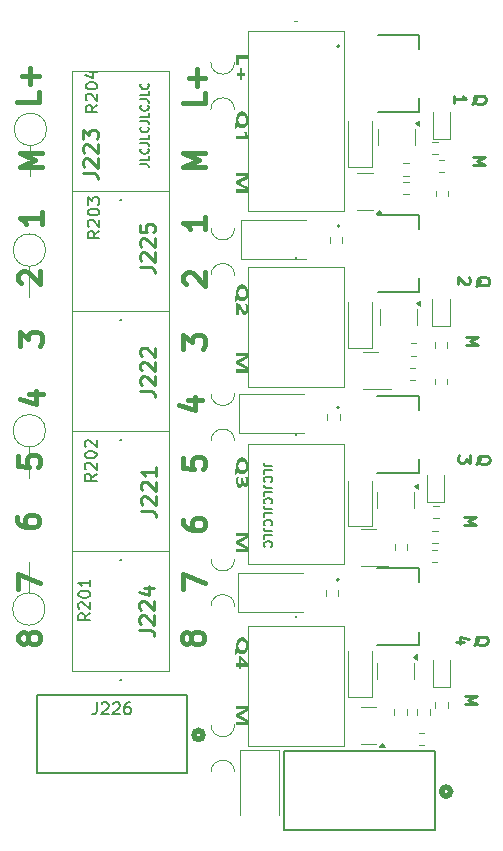
<source format=gbr>
%TF.GenerationSoftware,KiCad,Pcbnew,7.0.11*%
%TF.CreationDate,2024-11-05T15:47:57-05:00*%
%TF.ProjectId,14.X.4 - PMOS - PLC Connector Combined,31342e58-2e34-4202-9d20-504d4f53202d,rev?*%
%TF.SameCoordinates,Original*%
%TF.FileFunction,Legend,Top*%
%TF.FilePolarity,Positive*%
%FSLAX46Y46*%
G04 Gerber Fmt 4.6, Leading zero omitted, Abs format (unit mm)*
G04 Created by KiCad (PCBNEW 7.0.11) date 2024-11-05 15:47:57*
%MOMM*%
%LPD*%
G01*
G04 APERTURE LIST*
%ADD10C,0.254000*%
%ADD11C,0.457200*%
%ADD12C,0.177800*%
%ADD13C,0.250000*%
%ADD14C,0.150000*%
%ADD15C,0.120000*%
%ADD16C,0.200000*%
%ADD17C,0.100000*%
%ADD18C,0.152400*%
%ADD19C,0.508000*%
G04 APERTURE END LIST*
D10*
X122487547Y-77109009D02*
X123503547Y-77109009D01*
X123503547Y-77109009D02*
X122777832Y-77447676D01*
X122777832Y-77447676D02*
X123503547Y-77786343D01*
X123503547Y-77786343D02*
X122487547Y-77786343D01*
X121917547Y-92339009D02*
X122933547Y-92339009D01*
X122933547Y-92339009D02*
X122207832Y-92677676D01*
X122207832Y-92677676D02*
X122933547Y-93016343D01*
X122933547Y-93016343D02*
X121917547Y-93016343D01*
X121757547Y-107589009D02*
X122773547Y-107589009D01*
X122773547Y-107589009D02*
X122047832Y-107927676D01*
X122047832Y-107927676D02*
X122773547Y-108266343D01*
X122773547Y-108266343D02*
X121757547Y-108266343D01*
X121797547Y-122789009D02*
X122813547Y-122789009D01*
X122813547Y-122789009D02*
X122087832Y-123127676D01*
X122087832Y-123127676D02*
X122813547Y-123466343D01*
X122813547Y-123466343D02*
X121797547Y-123466343D01*
X122436545Y-72656343D02*
X122484926Y-72559581D01*
X122484926Y-72559581D02*
X122581688Y-72462819D01*
X122581688Y-72462819D02*
X122726830Y-72317676D01*
X122726830Y-72317676D02*
X122775211Y-72220914D01*
X122775211Y-72220914D02*
X122775211Y-72124152D01*
X122533307Y-72172533D02*
X122581688Y-72075771D01*
X122581688Y-72075771D02*
X122678449Y-71979009D01*
X122678449Y-71979009D02*
X122871973Y-71930628D01*
X122871973Y-71930628D02*
X123210640Y-71930628D01*
X123210640Y-71930628D02*
X123404164Y-71979009D01*
X123404164Y-71979009D02*
X123500926Y-72075771D01*
X123500926Y-72075771D02*
X123549307Y-72172533D01*
X123549307Y-72172533D02*
X123549307Y-72366057D01*
X123549307Y-72366057D02*
X123500926Y-72462819D01*
X123500926Y-72462819D02*
X123404164Y-72559581D01*
X123404164Y-72559581D02*
X123210640Y-72607962D01*
X123210640Y-72607962D02*
X122871973Y-72607962D01*
X122871973Y-72607962D02*
X122678449Y-72559581D01*
X122678449Y-72559581D02*
X122581688Y-72462819D01*
X122581688Y-72462819D02*
X122533307Y-72366057D01*
X122533307Y-72366057D02*
X122533307Y-72172533D01*
X120897547Y-72511200D02*
X120897547Y-71930628D01*
X120897547Y-72220914D02*
X121913547Y-72220914D01*
X121913547Y-72220914D02*
X121768404Y-72124152D01*
X121768404Y-72124152D02*
X121671642Y-72027390D01*
X121671642Y-72027390D02*
X121623261Y-71930628D01*
X122746545Y-88036343D02*
X122794926Y-87939581D01*
X122794926Y-87939581D02*
X122891688Y-87842819D01*
X122891688Y-87842819D02*
X123036830Y-87697676D01*
X123036830Y-87697676D02*
X123085211Y-87600914D01*
X123085211Y-87600914D02*
X123085211Y-87504152D01*
X122843307Y-87552533D02*
X122891688Y-87455771D01*
X122891688Y-87455771D02*
X122988449Y-87359009D01*
X122988449Y-87359009D02*
X123181973Y-87310628D01*
X123181973Y-87310628D02*
X123520640Y-87310628D01*
X123520640Y-87310628D02*
X123714164Y-87359009D01*
X123714164Y-87359009D02*
X123810926Y-87455771D01*
X123810926Y-87455771D02*
X123859307Y-87552533D01*
X123859307Y-87552533D02*
X123859307Y-87746057D01*
X123859307Y-87746057D02*
X123810926Y-87842819D01*
X123810926Y-87842819D02*
X123714164Y-87939581D01*
X123714164Y-87939581D02*
X123520640Y-87987962D01*
X123520640Y-87987962D02*
X123181973Y-87987962D01*
X123181973Y-87987962D02*
X122988449Y-87939581D01*
X122988449Y-87939581D02*
X122891688Y-87842819D01*
X122891688Y-87842819D02*
X122843307Y-87746057D01*
X122843307Y-87746057D02*
X122843307Y-87552533D01*
X122126785Y-87310628D02*
X122175166Y-87359009D01*
X122175166Y-87359009D02*
X122223547Y-87455771D01*
X122223547Y-87455771D02*
X122223547Y-87697676D01*
X122223547Y-87697676D02*
X122175166Y-87794438D01*
X122175166Y-87794438D02*
X122126785Y-87842819D01*
X122126785Y-87842819D02*
X122030023Y-87891200D01*
X122030023Y-87891200D02*
X121933261Y-87891200D01*
X121933261Y-87891200D02*
X121788118Y-87842819D01*
X121788118Y-87842819D02*
X121207547Y-87262247D01*
X121207547Y-87262247D02*
X121207547Y-87891200D01*
X122606545Y-118456343D02*
X122654926Y-118359581D01*
X122654926Y-118359581D02*
X122751688Y-118262819D01*
X122751688Y-118262819D02*
X122896830Y-118117676D01*
X122896830Y-118117676D02*
X122945211Y-118020914D01*
X122945211Y-118020914D02*
X122945211Y-117924152D01*
X122703307Y-117972533D02*
X122751688Y-117875771D01*
X122751688Y-117875771D02*
X122848449Y-117779009D01*
X122848449Y-117779009D02*
X123041973Y-117730628D01*
X123041973Y-117730628D02*
X123380640Y-117730628D01*
X123380640Y-117730628D02*
X123574164Y-117779009D01*
X123574164Y-117779009D02*
X123670926Y-117875771D01*
X123670926Y-117875771D02*
X123719307Y-117972533D01*
X123719307Y-117972533D02*
X123719307Y-118166057D01*
X123719307Y-118166057D02*
X123670926Y-118262819D01*
X123670926Y-118262819D02*
X123574164Y-118359581D01*
X123574164Y-118359581D02*
X123380640Y-118407962D01*
X123380640Y-118407962D02*
X123041973Y-118407962D01*
X123041973Y-118407962D02*
X122848449Y-118359581D01*
X122848449Y-118359581D02*
X122751688Y-118262819D01*
X122751688Y-118262819D02*
X122703307Y-118166057D01*
X122703307Y-118166057D02*
X122703307Y-117972533D01*
X121744880Y-118214438D02*
X121067547Y-118214438D01*
X122131928Y-117972533D02*
X121406213Y-117730628D01*
X121406213Y-117730628D02*
X121406213Y-118359581D01*
D11*
X83998864Y-102452795D02*
X83998864Y-103323652D01*
X83998864Y-103323652D02*
X84869721Y-103410738D01*
X84869721Y-103410738D02*
X84782636Y-103323652D01*
X84782636Y-103323652D02*
X84695550Y-103149481D01*
X84695550Y-103149481D02*
X84695550Y-102714052D01*
X84695550Y-102714052D02*
X84782636Y-102539881D01*
X84782636Y-102539881D02*
X84869721Y-102452795D01*
X84869721Y-102452795D02*
X85043893Y-102365709D01*
X85043893Y-102365709D02*
X85479321Y-102365709D01*
X85479321Y-102365709D02*
X85653493Y-102452795D01*
X85653493Y-102452795D02*
X85740579Y-102539881D01*
X85740579Y-102539881D02*
X85827664Y-102714052D01*
X85827664Y-102714052D02*
X85827664Y-103149481D01*
X85827664Y-103149481D02*
X85740579Y-103323652D01*
X85740579Y-103323652D02*
X85653493Y-103410738D01*
X84782636Y-118048395D02*
X84695550Y-118222566D01*
X84695550Y-118222566D02*
X84608464Y-118309652D01*
X84608464Y-118309652D02*
X84434293Y-118396738D01*
X84434293Y-118396738D02*
X84347207Y-118396738D01*
X84347207Y-118396738D02*
X84173036Y-118309652D01*
X84173036Y-118309652D02*
X84085950Y-118222566D01*
X84085950Y-118222566D02*
X83998864Y-118048395D01*
X83998864Y-118048395D02*
X83998864Y-117700052D01*
X83998864Y-117700052D02*
X84085950Y-117525881D01*
X84085950Y-117525881D02*
X84173036Y-117438795D01*
X84173036Y-117438795D02*
X84347207Y-117351709D01*
X84347207Y-117351709D02*
X84434293Y-117351709D01*
X84434293Y-117351709D02*
X84608464Y-117438795D01*
X84608464Y-117438795D02*
X84695550Y-117525881D01*
X84695550Y-117525881D02*
X84782636Y-117700052D01*
X84782636Y-117700052D02*
X84782636Y-118048395D01*
X84782636Y-118048395D02*
X84869721Y-118222566D01*
X84869721Y-118222566D02*
X84956807Y-118309652D01*
X84956807Y-118309652D02*
X85130979Y-118396738D01*
X85130979Y-118396738D02*
X85479321Y-118396738D01*
X85479321Y-118396738D02*
X85653493Y-118309652D01*
X85653493Y-118309652D02*
X85740579Y-118222566D01*
X85740579Y-118222566D02*
X85827664Y-118048395D01*
X85827664Y-118048395D02*
X85827664Y-117700052D01*
X85827664Y-117700052D02*
X85740579Y-117525881D01*
X85740579Y-117525881D02*
X85653493Y-117438795D01*
X85653493Y-117438795D02*
X85479321Y-117351709D01*
X85479321Y-117351709D02*
X85130979Y-117351709D01*
X85130979Y-117351709D02*
X84956807Y-117438795D01*
X84956807Y-117438795D02*
X84869721Y-117525881D01*
X84869721Y-117525881D02*
X84782636Y-117700052D01*
X98143036Y-87916738D02*
X98055950Y-87829652D01*
X98055950Y-87829652D02*
X97968864Y-87655481D01*
X97968864Y-87655481D02*
X97968864Y-87220052D01*
X97968864Y-87220052D02*
X98055950Y-87045881D01*
X98055950Y-87045881D02*
X98143036Y-86958795D01*
X98143036Y-86958795D02*
X98317207Y-86871709D01*
X98317207Y-86871709D02*
X98491379Y-86871709D01*
X98491379Y-86871709D02*
X98752636Y-86958795D01*
X98752636Y-86958795D02*
X99797664Y-88003823D01*
X99797664Y-88003823D02*
X99797664Y-86871709D01*
X85700664Y-71577281D02*
X85700664Y-72448138D01*
X85700664Y-72448138D02*
X83871864Y-72448138D01*
X85003979Y-70967681D02*
X85003979Y-69574310D01*
X85700664Y-70270995D02*
X84307293Y-70270995D01*
X84862464Y-97205881D02*
X86081664Y-97205881D01*
X84165779Y-97641309D02*
X85472064Y-98076738D01*
X85472064Y-98076738D02*
X85472064Y-96944623D01*
X97968864Y-113657823D02*
X97968864Y-112438623D01*
X97968864Y-112438623D02*
X99797664Y-113222395D01*
X85954664Y-77970823D02*
X84125864Y-77970823D01*
X84125864Y-77970823D02*
X85432150Y-77361223D01*
X85432150Y-77361223D02*
X84125864Y-76751623D01*
X84125864Y-76751623D02*
X85954664Y-76751623D01*
X84125864Y-93083823D02*
X84125864Y-91951709D01*
X84125864Y-91951709D02*
X84822550Y-92561309D01*
X84822550Y-92561309D02*
X84822550Y-92300052D01*
X84822550Y-92300052D02*
X84909636Y-92125881D01*
X84909636Y-92125881D02*
X84996721Y-92038795D01*
X84996721Y-92038795D02*
X85170893Y-91951709D01*
X85170893Y-91951709D02*
X85606321Y-91951709D01*
X85606321Y-91951709D02*
X85780493Y-92038795D01*
X85780493Y-92038795D02*
X85867579Y-92125881D01*
X85867579Y-92125881D02*
X85954664Y-92300052D01*
X85954664Y-92300052D02*
X85954664Y-92822566D01*
X85954664Y-92822566D02*
X85867579Y-92996738D01*
X85867579Y-92996738D02*
X85780493Y-93083823D01*
D12*
X94319818Y-77725290D02*
X94827818Y-77725290D01*
X94827818Y-77725290D02*
X94929418Y-77759157D01*
X94929418Y-77759157D02*
X94997152Y-77826890D01*
X94997152Y-77826890D02*
X95031018Y-77928490D01*
X95031018Y-77928490D02*
X95031018Y-77996224D01*
X95031018Y-77047957D02*
X95031018Y-77386623D01*
X95031018Y-77386623D02*
X94319818Y-77386623D01*
X94963285Y-76404490D02*
X94997152Y-76438357D01*
X94997152Y-76438357D02*
X95031018Y-76539957D01*
X95031018Y-76539957D02*
X95031018Y-76607690D01*
X95031018Y-76607690D02*
X94997152Y-76709290D01*
X94997152Y-76709290D02*
X94929418Y-76777024D01*
X94929418Y-76777024D02*
X94861685Y-76810890D01*
X94861685Y-76810890D02*
X94726218Y-76844757D01*
X94726218Y-76844757D02*
X94624618Y-76844757D01*
X94624618Y-76844757D02*
X94489152Y-76810890D01*
X94489152Y-76810890D02*
X94421418Y-76777024D01*
X94421418Y-76777024D02*
X94353685Y-76709290D01*
X94353685Y-76709290D02*
X94319818Y-76607690D01*
X94319818Y-76607690D02*
X94319818Y-76539957D01*
X94319818Y-76539957D02*
X94353685Y-76438357D01*
X94353685Y-76438357D02*
X94387552Y-76404490D01*
X94319818Y-75896490D02*
X94827818Y-75896490D01*
X94827818Y-75896490D02*
X94929418Y-75930357D01*
X94929418Y-75930357D02*
X94997152Y-75998090D01*
X94997152Y-75998090D02*
X95031018Y-76099690D01*
X95031018Y-76099690D02*
X95031018Y-76167424D01*
X95031018Y-75219157D02*
X95031018Y-75557823D01*
X95031018Y-75557823D02*
X94319818Y-75557823D01*
X94963285Y-74575690D02*
X94997152Y-74609557D01*
X94997152Y-74609557D02*
X95031018Y-74711157D01*
X95031018Y-74711157D02*
X95031018Y-74778890D01*
X95031018Y-74778890D02*
X94997152Y-74880490D01*
X94997152Y-74880490D02*
X94929418Y-74948224D01*
X94929418Y-74948224D02*
X94861685Y-74982090D01*
X94861685Y-74982090D02*
X94726218Y-75015957D01*
X94726218Y-75015957D02*
X94624618Y-75015957D01*
X94624618Y-75015957D02*
X94489152Y-74982090D01*
X94489152Y-74982090D02*
X94421418Y-74948224D01*
X94421418Y-74948224D02*
X94353685Y-74880490D01*
X94353685Y-74880490D02*
X94319818Y-74778890D01*
X94319818Y-74778890D02*
X94319818Y-74711157D01*
X94319818Y-74711157D02*
X94353685Y-74609557D01*
X94353685Y-74609557D02*
X94387552Y-74575690D01*
X94319818Y-74067690D02*
X94827818Y-74067690D01*
X94827818Y-74067690D02*
X94929418Y-74101557D01*
X94929418Y-74101557D02*
X94997152Y-74169290D01*
X94997152Y-74169290D02*
X95031018Y-74270890D01*
X95031018Y-74270890D02*
X95031018Y-74338624D01*
X95031018Y-73390357D02*
X95031018Y-73729023D01*
X95031018Y-73729023D02*
X94319818Y-73729023D01*
X94963285Y-72746890D02*
X94997152Y-72780757D01*
X94997152Y-72780757D02*
X95031018Y-72882357D01*
X95031018Y-72882357D02*
X95031018Y-72950090D01*
X95031018Y-72950090D02*
X94997152Y-73051690D01*
X94997152Y-73051690D02*
X94929418Y-73119424D01*
X94929418Y-73119424D02*
X94861685Y-73153290D01*
X94861685Y-73153290D02*
X94726218Y-73187157D01*
X94726218Y-73187157D02*
X94624618Y-73187157D01*
X94624618Y-73187157D02*
X94489152Y-73153290D01*
X94489152Y-73153290D02*
X94421418Y-73119424D01*
X94421418Y-73119424D02*
X94353685Y-73051690D01*
X94353685Y-73051690D02*
X94319818Y-72950090D01*
X94319818Y-72950090D02*
X94319818Y-72882357D01*
X94319818Y-72882357D02*
X94353685Y-72780757D01*
X94353685Y-72780757D02*
X94387552Y-72746890D01*
X94319818Y-72238890D02*
X94827818Y-72238890D01*
X94827818Y-72238890D02*
X94929418Y-72272757D01*
X94929418Y-72272757D02*
X94997152Y-72340490D01*
X94997152Y-72340490D02*
X95031018Y-72442090D01*
X95031018Y-72442090D02*
X95031018Y-72509824D01*
X95031018Y-71561557D02*
X95031018Y-71900223D01*
X95031018Y-71900223D02*
X94319818Y-71900223D01*
X94963285Y-70918090D02*
X94997152Y-70951957D01*
X94997152Y-70951957D02*
X95031018Y-71053557D01*
X95031018Y-71053557D02*
X95031018Y-71121290D01*
X95031018Y-71121290D02*
X94997152Y-71222890D01*
X94997152Y-71222890D02*
X94929418Y-71290624D01*
X94929418Y-71290624D02*
X94861685Y-71324490D01*
X94861685Y-71324490D02*
X94726218Y-71358357D01*
X94726218Y-71358357D02*
X94624618Y-71358357D01*
X94624618Y-71358357D02*
X94489152Y-71324490D01*
X94489152Y-71324490D02*
X94421418Y-71290624D01*
X94421418Y-71290624D02*
X94353685Y-71222890D01*
X94353685Y-71222890D02*
X94319818Y-71121290D01*
X94319818Y-71121290D02*
X94319818Y-71053557D01*
X94319818Y-71053557D02*
X94353685Y-70951957D01*
X94353685Y-70951957D02*
X94387552Y-70918090D01*
D11*
X83871864Y-107619881D02*
X83871864Y-107968223D01*
X83871864Y-107968223D02*
X83958950Y-108142395D01*
X83958950Y-108142395D02*
X84046036Y-108229481D01*
X84046036Y-108229481D02*
X84307293Y-108403652D01*
X84307293Y-108403652D02*
X84655636Y-108490738D01*
X84655636Y-108490738D02*
X85352321Y-108490738D01*
X85352321Y-108490738D02*
X85526493Y-108403652D01*
X85526493Y-108403652D02*
X85613579Y-108316566D01*
X85613579Y-108316566D02*
X85700664Y-108142395D01*
X85700664Y-108142395D02*
X85700664Y-107794052D01*
X85700664Y-107794052D02*
X85613579Y-107619881D01*
X85613579Y-107619881D02*
X85526493Y-107532795D01*
X85526493Y-107532795D02*
X85352321Y-107445709D01*
X85352321Y-107445709D02*
X84916893Y-107445709D01*
X84916893Y-107445709D02*
X84742721Y-107532795D01*
X84742721Y-107532795D02*
X84655636Y-107619881D01*
X84655636Y-107619881D02*
X84568550Y-107794052D01*
X84568550Y-107794052D02*
X84568550Y-108142395D01*
X84568550Y-108142395D02*
X84655636Y-108316566D01*
X84655636Y-108316566D02*
X84742721Y-108403652D01*
X84742721Y-108403652D02*
X84916893Y-108490738D01*
D10*
X122776545Y-103156343D02*
X122824926Y-103059581D01*
X122824926Y-103059581D02*
X122921688Y-102962819D01*
X122921688Y-102962819D02*
X123066830Y-102817676D01*
X123066830Y-102817676D02*
X123115211Y-102720914D01*
X123115211Y-102720914D02*
X123115211Y-102624152D01*
X122873307Y-102672533D02*
X122921688Y-102575771D01*
X122921688Y-102575771D02*
X123018449Y-102479009D01*
X123018449Y-102479009D02*
X123211973Y-102430628D01*
X123211973Y-102430628D02*
X123550640Y-102430628D01*
X123550640Y-102430628D02*
X123744164Y-102479009D01*
X123744164Y-102479009D02*
X123840926Y-102575771D01*
X123840926Y-102575771D02*
X123889307Y-102672533D01*
X123889307Y-102672533D02*
X123889307Y-102866057D01*
X123889307Y-102866057D02*
X123840926Y-102962819D01*
X123840926Y-102962819D02*
X123744164Y-103059581D01*
X123744164Y-103059581D02*
X123550640Y-103107962D01*
X123550640Y-103107962D02*
X123211973Y-103107962D01*
X123211973Y-103107962D02*
X123018449Y-103059581D01*
X123018449Y-103059581D02*
X122921688Y-102962819D01*
X122921688Y-102962819D02*
X122873307Y-102866057D01*
X122873307Y-102866057D02*
X122873307Y-102672533D01*
X122253547Y-102382247D02*
X122253547Y-103011200D01*
X122253547Y-103011200D02*
X121866499Y-102672533D01*
X121866499Y-102672533D02*
X121866499Y-102817676D01*
X121866499Y-102817676D02*
X121818118Y-102914438D01*
X121818118Y-102914438D02*
X121769737Y-102962819D01*
X121769737Y-102962819D02*
X121672975Y-103011200D01*
X121672975Y-103011200D02*
X121431070Y-103011200D01*
X121431070Y-103011200D02*
X121334308Y-102962819D01*
X121334308Y-102962819D02*
X121285928Y-102914438D01*
X121285928Y-102914438D02*
X121237547Y-102817676D01*
X121237547Y-102817676D02*
X121237547Y-102527390D01*
X121237547Y-102527390D02*
X121285928Y-102430628D01*
X121285928Y-102430628D02*
X121334308Y-102382247D01*
D11*
X84173036Y-87789738D02*
X84085950Y-87702652D01*
X84085950Y-87702652D02*
X83998864Y-87528481D01*
X83998864Y-87528481D02*
X83998864Y-87093052D01*
X83998864Y-87093052D02*
X84085950Y-86918881D01*
X84085950Y-86918881D02*
X84173036Y-86831795D01*
X84173036Y-86831795D02*
X84347207Y-86744709D01*
X84347207Y-86744709D02*
X84521379Y-86744709D01*
X84521379Y-86744709D02*
X84782636Y-86831795D01*
X84782636Y-86831795D02*
X85827664Y-87876823D01*
X85827664Y-87876823D02*
X85827664Y-86744709D01*
D12*
X105471431Y-103294933D02*
X104963431Y-103294933D01*
X104963431Y-103294933D02*
X104861831Y-103261066D01*
X104861831Y-103261066D02*
X104794098Y-103193333D01*
X104794098Y-103193333D02*
X104760231Y-103091733D01*
X104760231Y-103091733D02*
X104760231Y-103024000D01*
X104760231Y-103972267D02*
X104760231Y-103633600D01*
X104760231Y-103633600D02*
X105471431Y-103633600D01*
X104827964Y-104615733D02*
X104794098Y-104581866D01*
X104794098Y-104581866D02*
X104760231Y-104480266D01*
X104760231Y-104480266D02*
X104760231Y-104412533D01*
X104760231Y-104412533D02*
X104794098Y-104310933D01*
X104794098Y-104310933D02*
X104861831Y-104243200D01*
X104861831Y-104243200D02*
X104929564Y-104209333D01*
X104929564Y-104209333D02*
X105065031Y-104175466D01*
X105065031Y-104175466D02*
X105166631Y-104175466D01*
X105166631Y-104175466D02*
X105302098Y-104209333D01*
X105302098Y-104209333D02*
X105369831Y-104243200D01*
X105369831Y-104243200D02*
X105437564Y-104310933D01*
X105437564Y-104310933D02*
X105471431Y-104412533D01*
X105471431Y-104412533D02*
X105471431Y-104480266D01*
X105471431Y-104480266D02*
X105437564Y-104581866D01*
X105437564Y-104581866D02*
X105403698Y-104615733D01*
X105471431Y-105123733D02*
X104963431Y-105123733D01*
X104963431Y-105123733D02*
X104861831Y-105089866D01*
X104861831Y-105089866D02*
X104794098Y-105022133D01*
X104794098Y-105022133D02*
X104760231Y-104920533D01*
X104760231Y-104920533D02*
X104760231Y-104852800D01*
X104760231Y-105801067D02*
X104760231Y-105462400D01*
X104760231Y-105462400D02*
X105471431Y-105462400D01*
X104827964Y-106444533D02*
X104794098Y-106410666D01*
X104794098Y-106410666D02*
X104760231Y-106309066D01*
X104760231Y-106309066D02*
X104760231Y-106241333D01*
X104760231Y-106241333D02*
X104794098Y-106139733D01*
X104794098Y-106139733D02*
X104861831Y-106072000D01*
X104861831Y-106072000D02*
X104929564Y-106038133D01*
X104929564Y-106038133D02*
X105065031Y-106004266D01*
X105065031Y-106004266D02*
X105166631Y-106004266D01*
X105166631Y-106004266D02*
X105302098Y-106038133D01*
X105302098Y-106038133D02*
X105369831Y-106072000D01*
X105369831Y-106072000D02*
X105437564Y-106139733D01*
X105437564Y-106139733D02*
X105471431Y-106241333D01*
X105471431Y-106241333D02*
X105471431Y-106309066D01*
X105471431Y-106309066D02*
X105437564Y-106410666D01*
X105437564Y-106410666D02*
X105403698Y-106444533D01*
X105471431Y-106952533D02*
X104963431Y-106952533D01*
X104963431Y-106952533D02*
X104861831Y-106918666D01*
X104861831Y-106918666D02*
X104794098Y-106850933D01*
X104794098Y-106850933D02*
X104760231Y-106749333D01*
X104760231Y-106749333D02*
X104760231Y-106681600D01*
X104760231Y-107629867D02*
X104760231Y-107291200D01*
X104760231Y-107291200D02*
X105471431Y-107291200D01*
X104827964Y-108273333D02*
X104794098Y-108239466D01*
X104794098Y-108239466D02*
X104760231Y-108137866D01*
X104760231Y-108137866D02*
X104760231Y-108070133D01*
X104760231Y-108070133D02*
X104794098Y-107968533D01*
X104794098Y-107968533D02*
X104861831Y-107900800D01*
X104861831Y-107900800D02*
X104929564Y-107866933D01*
X104929564Y-107866933D02*
X105065031Y-107833066D01*
X105065031Y-107833066D02*
X105166631Y-107833066D01*
X105166631Y-107833066D02*
X105302098Y-107866933D01*
X105302098Y-107866933D02*
X105369831Y-107900800D01*
X105369831Y-107900800D02*
X105437564Y-107968533D01*
X105437564Y-107968533D02*
X105471431Y-108070133D01*
X105471431Y-108070133D02*
X105471431Y-108137866D01*
X105471431Y-108137866D02*
X105437564Y-108239466D01*
X105437564Y-108239466D02*
X105403698Y-108273333D01*
X105471431Y-108781333D02*
X104963431Y-108781333D01*
X104963431Y-108781333D02*
X104861831Y-108747466D01*
X104861831Y-108747466D02*
X104794098Y-108679733D01*
X104794098Y-108679733D02*
X104760231Y-108578133D01*
X104760231Y-108578133D02*
X104760231Y-108510400D01*
X104760231Y-109458667D02*
X104760231Y-109120000D01*
X104760231Y-109120000D02*
X105471431Y-109120000D01*
X104827964Y-110102133D02*
X104794098Y-110068266D01*
X104794098Y-110068266D02*
X104760231Y-109966666D01*
X104760231Y-109966666D02*
X104760231Y-109898933D01*
X104760231Y-109898933D02*
X104794098Y-109797333D01*
X104794098Y-109797333D02*
X104861831Y-109729600D01*
X104861831Y-109729600D02*
X104929564Y-109695733D01*
X104929564Y-109695733D02*
X105065031Y-109661866D01*
X105065031Y-109661866D02*
X105166631Y-109661866D01*
X105166631Y-109661866D02*
X105302098Y-109695733D01*
X105302098Y-109695733D02*
X105369831Y-109729600D01*
X105369831Y-109729600D02*
X105437564Y-109797333D01*
X105437564Y-109797333D02*
X105471431Y-109898933D01*
X105471431Y-109898933D02*
X105471431Y-109966666D01*
X105471431Y-109966666D02*
X105437564Y-110068266D01*
X105437564Y-110068266D02*
X105403698Y-110102133D01*
D11*
X97968864Y-93337823D02*
X97968864Y-92205709D01*
X97968864Y-92205709D02*
X98665550Y-92815309D01*
X98665550Y-92815309D02*
X98665550Y-92554052D01*
X98665550Y-92554052D02*
X98752636Y-92379881D01*
X98752636Y-92379881D02*
X98839721Y-92292795D01*
X98839721Y-92292795D02*
X99013893Y-92205709D01*
X99013893Y-92205709D02*
X99449321Y-92205709D01*
X99449321Y-92205709D02*
X99623493Y-92292795D01*
X99623493Y-92292795D02*
X99710579Y-92379881D01*
X99710579Y-92379881D02*
X99797664Y-92554052D01*
X99797664Y-92554052D02*
X99797664Y-93076566D01*
X99797664Y-93076566D02*
X99710579Y-93250738D01*
X99710579Y-93250738D02*
X99623493Y-93337823D01*
X97968864Y-102579795D02*
X97968864Y-103450652D01*
X97968864Y-103450652D02*
X98839721Y-103537738D01*
X98839721Y-103537738D02*
X98752636Y-103450652D01*
X98752636Y-103450652D02*
X98665550Y-103276481D01*
X98665550Y-103276481D02*
X98665550Y-102841052D01*
X98665550Y-102841052D02*
X98752636Y-102666881D01*
X98752636Y-102666881D02*
X98839721Y-102579795D01*
X98839721Y-102579795D02*
X99013893Y-102492709D01*
X99013893Y-102492709D02*
X99449321Y-102492709D01*
X99449321Y-102492709D02*
X99623493Y-102579795D01*
X99623493Y-102579795D02*
X99710579Y-102666881D01*
X99710579Y-102666881D02*
X99797664Y-102841052D01*
X99797664Y-102841052D02*
X99797664Y-103276481D01*
X99797664Y-103276481D02*
X99710579Y-103450652D01*
X99710579Y-103450652D02*
X99623493Y-103537738D01*
X97968864Y-107873881D02*
X97968864Y-108222223D01*
X97968864Y-108222223D02*
X98055950Y-108396395D01*
X98055950Y-108396395D02*
X98143036Y-108483481D01*
X98143036Y-108483481D02*
X98404293Y-108657652D01*
X98404293Y-108657652D02*
X98752636Y-108744738D01*
X98752636Y-108744738D02*
X99449321Y-108744738D01*
X99449321Y-108744738D02*
X99623493Y-108657652D01*
X99623493Y-108657652D02*
X99710579Y-108570566D01*
X99710579Y-108570566D02*
X99797664Y-108396395D01*
X99797664Y-108396395D02*
X99797664Y-108048052D01*
X99797664Y-108048052D02*
X99710579Y-107873881D01*
X99710579Y-107873881D02*
X99623493Y-107786795D01*
X99623493Y-107786795D02*
X99449321Y-107699709D01*
X99449321Y-107699709D02*
X99013893Y-107699709D01*
X99013893Y-107699709D02*
X98839721Y-107786795D01*
X98839721Y-107786795D02*
X98752636Y-107873881D01*
X98752636Y-107873881D02*
X98665550Y-108048052D01*
X98665550Y-108048052D02*
X98665550Y-108396395D01*
X98665550Y-108396395D02*
X98752636Y-108570566D01*
X98752636Y-108570566D02*
X98839721Y-108657652D01*
X98839721Y-108657652D02*
X99013893Y-108744738D01*
X98324464Y-97713881D02*
X99543664Y-97713881D01*
X97627779Y-98149309D02*
X98934064Y-98584738D01*
X98934064Y-98584738D02*
X98934064Y-97452623D01*
X98625636Y-118048395D02*
X98538550Y-118222566D01*
X98538550Y-118222566D02*
X98451464Y-118309652D01*
X98451464Y-118309652D02*
X98277293Y-118396738D01*
X98277293Y-118396738D02*
X98190207Y-118396738D01*
X98190207Y-118396738D02*
X98016036Y-118309652D01*
X98016036Y-118309652D02*
X97928950Y-118222566D01*
X97928950Y-118222566D02*
X97841864Y-118048395D01*
X97841864Y-118048395D02*
X97841864Y-117700052D01*
X97841864Y-117700052D02*
X97928950Y-117525881D01*
X97928950Y-117525881D02*
X98016036Y-117438795D01*
X98016036Y-117438795D02*
X98190207Y-117351709D01*
X98190207Y-117351709D02*
X98277293Y-117351709D01*
X98277293Y-117351709D02*
X98451464Y-117438795D01*
X98451464Y-117438795D02*
X98538550Y-117525881D01*
X98538550Y-117525881D02*
X98625636Y-117700052D01*
X98625636Y-117700052D02*
X98625636Y-118048395D01*
X98625636Y-118048395D02*
X98712721Y-118222566D01*
X98712721Y-118222566D02*
X98799807Y-118309652D01*
X98799807Y-118309652D02*
X98973979Y-118396738D01*
X98973979Y-118396738D02*
X99322321Y-118396738D01*
X99322321Y-118396738D02*
X99496493Y-118309652D01*
X99496493Y-118309652D02*
X99583579Y-118222566D01*
X99583579Y-118222566D02*
X99670664Y-118048395D01*
X99670664Y-118048395D02*
X99670664Y-117700052D01*
X99670664Y-117700052D02*
X99583579Y-117525881D01*
X99583579Y-117525881D02*
X99496493Y-117438795D01*
X99496493Y-117438795D02*
X99322321Y-117351709D01*
X99322321Y-117351709D02*
X98973979Y-117351709D01*
X98973979Y-117351709D02*
X98799807Y-117438795D01*
X98799807Y-117438795D02*
X98712721Y-117525881D01*
X98712721Y-117525881D02*
X98625636Y-117700052D01*
X83998864Y-113657823D02*
X83998864Y-112438623D01*
X83998864Y-112438623D02*
X85827664Y-113222395D01*
X99797664Y-77994611D02*
X97968864Y-77994611D01*
X97968864Y-77994611D02*
X99275150Y-77385011D01*
X99275150Y-77385011D02*
X97968864Y-76775411D01*
X97968864Y-76775411D02*
X99797664Y-76775411D01*
X99797664Y-82172709D02*
X99797664Y-83217738D01*
X99797664Y-82695223D02*
X97968864Y-82695223D01*
X97968864Y-82695223D02*
X98230121Y-82869395D01*
X98230121Y-82869395D02*
X98404293Y-83043566D01*
X98404293Y-83043566D02*
X98491379Y-83217738D01*
X85954664Y-81791709D02*
X85954664Y-82836738D01*
X85954664Y-82314223D02*
X84125864Y-82314223D01*
X84125864Y-82314223D02*
X84387121Y-82488395D01*
X84387121Y-82488395D02*
X84561293Y-82662566D01*
X84561293Y-82662566D02*
X84648379Y-82836738D01*
D13*
G36*
X102450000Y-69358900D02*
G01*
X102450000Y-68478893D01*
X103434787Y-68478893D01*
X103434787Y-68811919D01*
X102637578Y-68811919D01*
X102637578Y-69358900D01*
X102450000Y-69358900D01*
G37*
G36*
X102778262Y-70631650D02*
G01*
X102778262Y-70234877D01*
X102512526Y-70234877D01*
X102512526Y-70026782D01*
X102778262Y-70026782D01*
X102778262Y-69627812D01*
X102918946Y-69627812D01*
X102918946Y-70026782D01*
X103184682Y-70026782D01*
X103184682Y-70234877D01*
X102918946Y-70234877D01*
X102918946Y-70631650D01*
X102778262Y-70631650D01*
G37*
G36*
X102944124Y-73259046D02*
G01*
X102958384Y-73259641D01*
X102972473Y-73260632D01*
X102986391Y-73262019D01*
X103000138Y-73263803D01*
X103013713Y-73265984D01*
X103027117Y-73268560D01*
X103040350Y-73271533D01*
X103053411Y-73274903D01*
X103066301Y-73278669D01*
X103079020Y-73282831D01*
X103091568Y-73287390D01*
X103103945Y-73292345D01*
X103116150Y-73297697D01*
X103128184Y-73303445D01*
X103140047Y-73309590D01*
X103151738Y-73316130D01*
X103163258Y-73323068D01*
X103174607Y-73330401D01*
X103185785Y-73338132D01*
X103196791Y-73346258D01*
X103207627Y-73354781D01*
X103218290Y-73363701D01*
X103228783Y-73373016D01*
X103239104Y-73382729D01*
X103249255Y-73392837D01*
X103259234Y-73403342D01*
X103269041Y-73414244D01*
X103278678Y-73425542D01*
X103288143Y-73437236D01*
X103297437Y-73449327D01*
X103306559Y-73461814D01*
X103315410Y-73474561D01*
X103323980Y-73487571D01*
X103332268Y-73500842D01*
X103340276Y-73514376D01*
X103348003Y-73528171D01*
X103355449Y-73542228D01*
X103362614Y-73556547D01*
X103369497Y-73571128D01*
X103376100Y-73585971D01*
X103382422Y-73601075D01*
X103388463Y-73616442D01*
X103394223Y-73632070D01*
X103399702Y-73647961D01*
X103404900Y-73664113D01*
X103409817Y-73680527D01*
X103414453Y-73697203D01*
X103418809Y-73714141D01*
X103422883Y-73731341D01*
X103426676Y-73748802D01*
X103430188Y-73766526D01*
X103433419Y-73784511D01*
X103436369Y-73802759D01*
X103439039Y-73821268D01*
X103441427Y-73840039D01*
X103443534Y-73859072D01*
X103445361Y-73878367D01*
X103446906Y-73897924D01*
X103448170Y-73917743D01*
X103449154Y-73937823D01*
X103449856Y-73958166D01*
X103450278Y-73978770D01*
X103450418Y-73999637D01*
X103450284Y-74019302D01*
X103449880Y-74038729D01*
X103449207Y-74057919D01*
X103448266Y-74076871D01*
X103447055Y-74095585D01*
X103445575Y-74114062D01*
X103443827Y-74132302D01*
X103441809Y-74150304D01*
X103439522Y-74168068D01*
X103436966Y-74185595D01*
X103434141Y-74202884D01*
X103431047Y-74219936D01*
X103427684Y-74236750D01*
X103424051Y-74253327D01*
X103420150Y-74269666D01*
X103415980Y-74285767D01*
X103411541Y-74301631D01*
X103406832Y-74317257D01*
X103401855Y-74332646D01*
X103396608Y-74347797D01*
X103391093Y-74362711D01*
X103385308Y-74377387D01*
X103379255Y-74391825D01*
X103372932Y-74406026D01*
X103366340Y-74419990D01*
X103359480Y-74433715D01*
X103352350Y-74447204D01*
X103344951Y-74460454D01*
X103337283Y-74473467D01*
X103329346Y-74486243D01*
X103321140Y-74498781D01*
X103312665Y-74511081D01*
X103304015Y-74523118D01*
X103295190Y-74534772D01*
X103286193Y-74546044D01*
X103277021Y-74556934D01*
X103267676Y-74567442D01*
X103258157Y-74577568D01*
X103248465Y-74587311D01*
X103238599Y-74596673D01*
X103228559Y-74605653D01*
X103218346Y-74614250D01*
X103207959Y-74622465D01*
X103197398Y-74630298D01*
X103186664Y-74637749D01*
X103175756Y-74644818D01*
X103164674Y-74651505D01*
X103153419Y-74657810D01*
X103141990Y-74663733D01*
X103130388Y-74669273D01*
X103118611Y-74674432D01*
X103106662Y-74679208D01*
X103094538Y-74683602D01*
X103082241Y-74687614D01*
X103069770Y-74691244D01*
X103057126Y-74694492D01*
X103044308Y-74697358D01*
X103031317Y-74699842D01*
X103018151Y-74701943D01*
X103004812Y-74703663D01*
X102991300Y-74705000D01*
X102977614Y-74705955D01*
X102963754Y-74706529D01*
X102949720Y-74706720D01*
X102935366Y-74706521D01*
X102921185Y-74705927D01*
X102907177Y-74704936D01*
X102893342Y-74703548D01*
X102879681Y-74701764D01*
X102866192Y-74699584D01*
X102852877Y-74697007D01*
X102839735Y-74694034D01*
X102826766Y-74690665D01*
X102813970Y-74686899D01*
X102801347Y-74682736D01*
X102788898Y-74678178D01*
X102776622Y-74673222D01*
X102764518Y-74667871D01*
X102752588Y-74662123D01*
X102740832Y-74655978D01*
X102729248Y-74649437D01*
X102717838Y-74642500D01*
X102706600Y-74635166D01*
X102695536Y-74627436D01*
X102684645Y-74619310D01*
X102673927Y-74610787D01*
X102663383Y-74601867D01*
X102653011Y-74592551D01*
X102642813Y-74582839D01*
X102632788Y-74572731D01*
X102622936Y-74562225D01*
X102613257Y-74551324D01*
X102603751Y-74540026D01*
X102594419Y-74528332D01*
X102585259Y-74516241D01*
X102576273Y-74503754D01*
X102569221Y-74493381D01*
X102566992Y-74490198D01*
X102560009Y-74479705D01*
X102558443Y-74477009D01*
X102324947Y-74850701D01*
X102324947Y-74385052D01*
X102451465Y-74189413D01*
X102448410Y-74171104D01*
X102445655Y-74152448D01*
X102443200Y-74133443D01*
X102441046Y-74114091D01*
X102439193Y-74094391D01*
X102437640Y-74074343D01*
X102436388Y-74053948D01*
X102435437Y-74033205D01*
X102434785Y-74012114D01*
X102434435Y-73990675D01*
X102434395Y-73982051D01*
X102621946Y-73982051D01*
X102622271Y-74003296D01*
X102623244Y-74023983D01*
X102624866Y-74044111D01*
X102627137Y-74063682D01*
X102630056Y-74082694D01*
X102633624Y-74101148D01*
X102637841Y-74119044D01*
X102642707Y-74136382D01*
X102648222Y-74153162D01*
X102654385Y-74169383D01*
X102661197Y-74185047D01*
X102668658Y-74200152D01*
X102676768Y-74214700D01*
X102685526Y-74228689D01*
X102694933Y-74242120D01*
X102704989Y-74254993D01*
X102715798Y-74267237D01*
X102727097Y-74278692D01*
X102738886Y-74289356D01*
X102751166Y-74299231D01*
X102763936Y-74308316D01*
X102777197Y-74316610D01*
X102790948Y-74324115D01*
X102805190Y-74330830D01*
X102819922Y-74336755D01*
X102835144Y-74341890D01*
X102850856Y-74346234D01*
X102867059Y-74349789D01*
X102883753Y-74352554D01*
X102900937Y-74354529D01*
X102918611Y-74355714D01*
X102936775Y-74356109D01*
X102955718Y-74355727D01*
X102974137Y-74354581D01*
X102992034Y-74352670D01*
X103009407Y-74349995D01*
X103026258Y-74346556D01*
X103042586Y-74342353D01*
X103058391Y-74337386D01*
X103073674Y-74331654D01*
X103088433Y-74325158D01*
X103102670Y-74317898D01*
X103116384Y-74309874D01*
X103129575Y-74301086D01*
X103142243Y-74291533D01*
X103154388Y-74281216D01*
X103166011Y-74270135D01*
X103177110Y-74258290D01*
X103187492Y-74245866D01*
X103197203Y-74232868D01*
X103206245Y-74219293D01*
X103214617Y-74205144D01*
X103222319Y-74190419D01*
X103229352Y-74175119D01*
X103235714Y-74159244D01*
X103241407Y-74142793D01*
X103246431Y-74125768D01*
X103250784Y-74108166D01*
X103254468Y-74089990D01*
X103257482Y-74071238D01*
X103259826Y-74051911D01*
X103261500Y-74032008D01*
X103262505Y-74011531D01*
X103262840Y-73990478D01*
X103262493Y-73968954D01*
X103261454Y-73947979D01*
X103259723Y-73927554D01*
X103257298Y-73907679D01*
X103254181Y-73888353D01*
X103250372Y-73869577D01*
X103245870Y-73851351D01*
X103240675Y-73833674D01*
X103234787Y-73816546D01*
X103228207Y-73799968D01*
X103220934Y-73783940D01*
X103212968Y-73768461D01*
X103204310Y-73753531D01*
X103194959Y-73739152D01*
X103184916Y-73725321D01*
X103174180Y-73712041D01*
X103162964Y-73699574D01*
X103151301Y-73687912D01*
X103139189Y-73677054D01*
X103126629Y-73667001D01*
X103113620Y-73657751D01*
X103100163Y-73649307D01*
X103086257Y-73641666D01*
X103071903Y-73634829D01*
X103057100Y-73628797D01*
X103041850Y-73623569D01*
X103026150Y-73619146D01*
X103010003Y-73615527D01*
X102993406Y-73612712D01*
X102976362Y-73610701D01*
X102958869Y-73609494D01*
X102940928Y-73609092D01*
X102922757Y-73609494D01*
X102905066Y-73610701D01*
X102887853Y-73612712D01*
X102871120Y-73615527D01*
X102854865Y-73619146D01*
X102839090Y-73623569D01*
X102823793Y-73628797D01*
X102808975Y-73634829D01*
X102794637Y-73641666D01*
X102780777Y-73649307D01*
X102767396Y-73657751D01*
X102754494Y-73667001D01*
X102742071Y-73677054D01*
X102730127Y-73687912D01*
X102718662Y-73699574D01*
X102707676Y-73712041D01*
X102697294Y-73725160D01*
X102687583Y-73738780D01*
X102678541Y-73752900D01*
X102670169Y-73767522D01*
X102662467Y-73782645D01*
X102655434Y-73798268D01*
X102649072Y-73814392D01*
X102643379Y-73831017D01*
X102638356Y-73848144D01*
X102634002Y-73865771D01*
X102630318Y-73883898D01*
X102627305Y-73902527D01*
X102624960Y-73921657D01*
X102623286Y-73941287D01*
X102622281Y-73961419D01*
X102621946Y-73982051D01*
X102434395Y-73982051D01*
X102434368Y-73976189D01*
X102434502Y-73956452D01*
X102434903Y-73936945D01*
X102435572Y-73917669D01*
X102436509Y-73898623D01*
X102437713Y-73879808D01*
X102439185Y-73861222D01*
X102440925Y-73842868D01*
X102442932Y-73824743D01*
X102445206Y-73806850D01*
X102447749Y-73789186D01*
X102450559Y-73771753D01*
X102453636Y-73754550D01*
X102456982Y-73737578D01*
X102460594Y-73720836D01*
X102464475Y-73704325D01*
X102468623Y-73688044D01*
X102473039Y-73671993D01*
X102477722Y-73656173D01*
X102482673Y-73640583D01*
X102487891Y-73625224D01*
X102493378Y-73610095D01*
X102499131Y-73595196D01*
X102505153Y-73580528D01*
X102511442Y-73566090D01*
X102517998Y-73551883D01*
X102524823Y-73537906D01*
X102531915Y-73524159D01*
X102539274Y-73510643D01*
X102546901Y-73497358D01*
X102554796Y-73484302D01*
X102562958Y-73471477D01*
X102571388Y-73458883D01*
X102580123Y-73446576D01*
X102589017Y-73434660D01*
X102598069Y-73423135D01*
X102607280Y-73412000D01*
X102616651Y-73401256D01*
X102626180Y-73390902D01*
X102635868Y-73380940D01*
X102645714Y-73371368D01*
X102655720Y-73362186D01*
X102665884Y-73353396D01*
X102676208Y-73344996D01*
X102686690Y-73336987D01*
X102697331Y-73329368D01*
X102708131Y-73322140D01*
X102719090Y-73315303D01*
X102730207Y-73308857D01*
X102741484Y-73302801D01*
X102752919Y-73297136D01*
X102764513Y-73291862D01*
X102776266Y-73286978D01*
X102788178Y-73282485D01*
X102800249Y-73278383D01*
X102812478Y-73274671D01*
X102824866Y-73271350D01*
X102837414Y-73268420D01*
X102850120Y-73265881D01*
X102862985Y-73263732D01*
X102876009Y-73261974D01*
X102889191Y-73260606D01*
X102902533Y-73259629D01*
X102916033Y-73259043D01*
X102929692Y-73258848D01*
X102944124Y-73259046D01*
G37*
G36*
X103450418Y-75631423D02*
G01*
X102450000Y-75631423D01*
X102450000Y-75306824D01*
X103207397Y-75306824D01*
X103200628Y-75294650D01*
X103193999Y-75281529D01*
X103187511Y-75267462D01*
X103182062Y-75254651D01*
X103177599Y-75243443D01*
X103172473Y-75229537D01*
X103167535Y-75215296D01*
X103162787Y-75200720D01*
X103158227Y-75185810D01*
X103153857Y-75170564D01*
X103152442Y-75165408D01*
X103148349Y-75149905D01*
X103144496Y-75134169D01*
X103140884Y-75118203D01*
X103137513Y-75102004D01*
X103134381Y-75085573D01*
X103133391Y-75080045D01*
X103130615Y-75063460D01*
X103128147Y-75046952D01*
X103125989Y-75030521D01*
X103124140Y-75014168D01*
X103122600Y-74997892D01*
X103122156Y-74992484D01*
X103309734Y-74992484D01*
X103312717Y-75008272D01*
X103315802Y-75023945D01*
X103318991Y-75039504D01*
X103322282Y-75054949D01*
X103325677Y-75070279D01*
X103329175Y-75085495D01*
X103332775Y-75100596D01*
X103336479Y-75115582D01*
X103340286Y-75130454D01*
X103344195Y-75145212D01*
X103348208Y-75159855D01*
X103352324Y-75174384D01*
X103356543Y-75188798D01*
X103360865Y-75203097D01*
X103365290Y-75217283D01*
X103369818Y-75231353D01*
X103374455Y-75245328D01*
X103379145Y-75259134D01*
X103383889Y-75272771D01*
X103388686Y-75286239D01*
X103393536Y-75299539D01*
X103398440Y-75312669D01*
X103403398Y-75325631D01*
X103408408Y-75338423D01*
X103413473Y-75351047D01*
X103421169Y-75369666D01*
X103428986Y-75387905D01*
X103436923Y-75405765D01*
X103444980Y-75423244D01*
X103450418Y-75434685D01*
X103450418Y-75631423D01*
G37*
G36*
X102450000Y-80149794D02*
G01*
X102450000Y-79821165D01*
X103039113Y-79821165D01*
X103051129Y-79821212D01*
X103063301Y-79821354D01*
X103075629Y-79821590D01*
X103088114Y-79821921D01*
X103100756Y-79822346D01*
X103113554Y-79822865D01*
X103126508Y-79823479D01*
X103139619Y-79824187D01*
X103152887Y-79824990D01*
X103166310Y-79825888D01*
X103179891Y-79826879D01*
X103193627Y-79827966D01*
X103207521Y-79829146D01*
X103221570Y-79830421D01*
X103235776Y-79831791D01*
X103250139Y-79833255D01*
X103250139Y-79824829D01*
X103239010Y-79821643D01*
X103228276Y-79818497D01*
X103217936Y-79815392D01*
X103207992Y-79812326D01*
X103193816Y-79807803D01*
X103180529Y-79803370D01*
X103168130Y-79799028D01*
X103156621Y-79794775D01*
X103146000Y-79790613D01*
X103136268Y-79786541D01*
X103124674Y-79781251D01*
X103119469Y-79778667D01*
X102450000Y-79432452D01*
X102450000Y-79160610D01*
X103112630Y-78808168D01*
X103123071Y-78803168D01*
X103134370Y-78798562D01*
X103144561Y-78794755D01*
X103156226Y-78790646D01*
X103169362Y-78786233D01*
X103178938Y-78783123D01*
X103189169Y-78779879D01*
X103200054Y-78776500D01*
X103211594Y-78772987D01*
X103223788Y-78769339D01*
X103236636Y-78765556D01*
X103250139Y-78761639D01*
X103250139Y-78752480D01*
X103232082Y-78754122D01*
X103214304Y-78755657D01*
X103196804Y-78757087D01*
X103179583Y-78758411D01*
X103162641Y-78759629D01*
X103145977Y-78760741D01*
X103129592Y-78761747D01*
X103113485Y-78762647D01*
X103097657Y-78763441D01*
X103082108Y-78764130D01*
X103066837Y-78764712D01*
X103051844Y-78765189D01*
X103037131Y-78765559D01*
X103022696Y-78765824D01*
X103008539Y-78765983D01*
X102994661Y-78766036D01*
X102450000Y-78766036D01*
X102450000Y-78465983D01*
X103434787Y-78465983D01*
X103434787Y-78953614D01*
X102851046Y-79255498D01*
X102837899Y-79262060D01*
X102824742Y-79268280D01*
X102811578Y-79274158D01*
X102798404Y-79279696D01*
X102785222Y-79284892D01*
X102772032Y-79289746D01*
X102758833Y-79294260D01*
X102745625Y-79298432D01*
X102732409Y-79302262D01*
X102719184Y-79305752D01*
X102710362Y-79307889D01*
X102710362Y-79314117D01*
X102720477Y-79317609D01*
X102730428Y-79321123D01*
X102740215Y-79324661D01*
X102749838Y-79328222D01*
X102763965Y-79333606D01*
X102777722Y-79339041D01*
X102791110Y-79344528D01*
X102804129Y-79350066D01*
X102816778Y-79355656D01*
X102829059Y-79361298D01*
X102840970Y-79366991D01*
X102852512Y-79372735D01*
X103434787Y-79674619D01*
X103434787Y-80149794D01*
X102450000Y-80149794D01*
G37*
G36*
X102944124Y-87907755D02*
G01*
X102958384Y-87908350D01*
X102972473Y-87909341D01*
X102986391Y-87910728D01*
X103000138Y-87912512D01*
X103013713Y-87914693D01*
X103027117Y-87917269D01*
X103040350Y-87920242D01*
X103053411Y-87923612D01*
X103066301Y-87927378D01*
X103079020Y-87931540D01*
X103091568Y-87936099D01*
X103103945Y-87941054D01*
X103116150Y-87946406D01*
X103128184Y-87952154D01*
X103140047Y-87958299D01*
X103151738Y-87964839D01*
X103163258Y-87971777D01*
X103174607Y-87979110D01*
X103185785Y-87986841D01*
X103196791Y-87994967D01*
X103207627Y-88003490D01*
X103218290Y-88012410D01*
X103228783Y-88021725D01*
X103239104Y-88031438D01*
X103249255Y-88041546D01*
X103259234Y-88052051D01*
X103269041Y-88062953D01*
X103278678Y-88074251D01*
X103288143Y-88085945D01*
X103297437Y-88098036D01*
X103306559Y-88110523D01*
X103315410Y-88123270D01*
X103323980Y-88136280D01*
X103332268Y-88149551D01*
X103340276Y-88163085D01*
X103348003Y-88176880D01*
X103355449Y-88190937D01*
X103362614Y-88205256D01*
X103369497Y-88219837D01*
X103376100Y-88234680D01*
X103382422Y-88249784D01*
X103388463Y-88265151D01*
X103394223Y-88280779D01*
X103399702Y-88296670D01*
X103404900Y-88312822D01*
X103409817Y-88329236D01*
X103414453Y-88345912D01*
X103418809Y-88362850D01*
X103422883Y-88380050D01*
X103426676Y-88397511D01*
X103430188Y-88415235D01*
X103433419Y-88433220D01*
X103436369Y-88451468D01*
X103439039Y-88469977D01*
X103441427Y-88488748D01*
X103443534Y-88507781D01*
X103445361Y-88527076D01*
X103446906Y-88546633D01*
X103448170Y-88566452D01*
X103449154Y-88586532D01*
X103449856Y-88606875D01*
X103450278Y-88627479D01*
X103450418Y-88648346D01*
X103450284Y-88668011D01*
X103449880Y-88687438D01*
X103449207Y-88706628D01*
X103448266Y-88725580D01*
X103447055Y-88744294D01*
X103445575Y-88762771D01*
X103443827Y-88781011D01*
X103441809Y-88799013D01*
X103439522Y-88816777D01*
X103436966Y-88834304D01*
X103434141Y-88851593D01*
X103431047Y-88868645D01*
X103427684Y-88885459D01*
X103424051Y-88902036D01*
X103420150Y-88918375D01*
X103415980Y-88934476D01*
X103411541Y-88950340D01*
X103406832Y-88965966D01*
X103401855Y-88981355D01*
X103396608Y-88996506D01*
X103391093Y-89011420D01*
X103385308Y-89026096D01*
X103379255Y-89040534D01*
X103372932Y-89054735D01*
X103366340Y-89068699D01*
X103359480Y-89082424D01*
X103352350Y-89095913D01*
X103344951Y-89109163D01*
X103337283Y-89122176D01*
X103329346Y-89134952D01*
X103321140Y-89147490D01*
X103312665Y-89159790D01*
X103304015Y-89171827D01*
X103295190Y-89183481D01*
X103286193Y-89194753D01*
X103277021Y-89205643D01*
X103267676Y-89216151D01*
X103258157Y-89226277D01*
X103248465Y-89236020D01*
X103238599Y-89245382D01*
X103228559Y-89254362D01*
X103218346Y-89262959D01*
X103207959Y-89271174D01*
X103197398Y-89279007D01*
X103186664Y-89286458D01*
X103175756Y-89293527D01*
X103164674Y-89300214D01*
X103153419Y-89306519D01*
X103141990Y-89312442D01*
X103130388Y-89317982D01*
X103118611Y-89323141D01*
X103106662Y-89327917D01*
X103094538Y-89332311D01*
X103082241Y-89336323D01*
X103069770Y-89339953D01*
X103057126Y-89343201D01*
X103044308Y-89346067D01*
X103031317Y-89348551D01*
X103018151Y-89350652D01*
X103004812Y-89352372D01*
X102991300Y-89353709D01*
X102977614Y-89354664D01*
X102963754Y-89355238D01*
X102949720Y-89355429D01*
X102935366Y-89355230D01*
X102921185Y-89354636D01*
X102907177Y-89353645D01*
X102893342Y-89352257D01*
X102879681Y-89350473D01*
X102866192Y-89348293D01*
X102852877Y-89345716D01*
X102839735Y-89342743D01*
X102826766Y-89339374D01*
X102813970Y-89335608D01*
X102801347Y-89331445D01*
X102788898Y-89326887D01*
X102776622Y-89321931D01*
X102764518Y-89316580D01*
X102752588Y-89310832D01*
X102740832Y-89304687D01*
X102729248Y-89298146D01*
X102717838Y-89291209D01*
X102706600Y-89283875D01*
X102695536Y-89276145D01*
X102684645Y-89268019D01*
X102673927Y-89259496D01*
X102663383Y-89250576D01*
X102653011Y-89241260D01*
X102642813Y-89231548D01*
X102632788Y-89221440D01*
X102622936Y-89210934D01*
X102613257Y-89200033D01*
X102603751Y-89188735D01*
X102594419Y-89177041D01*
X102585259Y-89164950D01*
X102576273Y-89152463D01*
X102569221Y-89142090D01*
X102566992Y-89138907D01*
X102560009Y-89128414D01*
X102558443Y-89125718D01*
X102324947Y-89499410D01*
X102324947Y-89033761D01*
X102451465Y-88838122D01*
X102448410Y-88819813D01*
X102445655Y-88801157D01*
X102443200Y-88782152D01*
X102441046Y-88762800D01*
X102439193Y-88743100D01*
X102437640Y-88723052D01*
X102436388Y-88702657D01*
X102435437Y-88681914D01*
X102434785Y-88660823D01*
X102434435Y-88639384D01*
X102434395Y-88630760D01*
X102621946Y-88630760D01*
X102622271Y-88652005D01*
X102623244Y-88672692D01*
X102624866Y-88692820D01*
X102627137Y-88712391D01*
X102630056Y-88731403D01*
X102633624Y-88749857D01*
X102637841Y-88767753D01*
X102642707Y-88785091D01*
X102648222Y-88801871D01*
X102654385Y-88818092D01*
X102661197Y-88833756D01*
X102668658Y-88848861D01*
X102676768Y-88863409D01*
X102685526Y-88877398D01*
X102694933Y-88890829D01*
X102704989Y-88903702D01*
X102715798Y-88915946D01*
X102727097Y-88927401D01*
X102738886Y-88938065D01*
X102751166Y-88947940D01*
X102763936Y-88957025D01*
X102777197Y-88965319D01*
X102790948Y-88972824D01*
X102805190Y-88979539D01*
X102819922Y-88985464D01*
X102835144Y-88990599D01*
X102850856Y-88994943D01*
X102867059Y-88998498D01*
X102883753Y-89001263D01*
X102900937Y-89003238D01*
X102918611Y-89004423D01*
X102936775Y-89004818D01*
X102955718Y-89004436D01*
X102974137Y-89003290D01*
X102992034Y-89001379D01*
X103009407Y-88998704D01*
X103026258Y-88995265D01*
X103042586Y-88991062D01*
X103058391Y-88986095D01*
X103073674Y-88980363D01*
X103088433Y-88973867D01*
X103102670Y-88966607D01*
X103116384Y-88958583D01*
X103129575Y-88949795D01*
X103142243Y-88940242D01*
X103154388Y-88929925D01*
X103166011Y-88918844D01*
X103177110Y-88906999D01*
X103187492Y-88894575D01*
X103197203Y-88881577D01*
X103206245Y-88868002D01*
X103214617Y-88853853D01*
X103222319Y-88839128D01*
X103229352Y-88823828D01*
X103235714Y-88807953D01*
X103241407Y-88791502D01*
X103246431Y-88774477D01*
X103250784Y-88756875D01*
X103254468Y-88738699D01*
X103257482Y-88719947D01*
X103259826Y-88700620D01*
X103261500Y-88680717D01*
X103262505Y-88660240D01*
X103262840Y-88639187D01*
X103262493Y-88617663D01*
X103261454Y-88596688D01*
X103259723Y-88576263D01*
X103257298Y-88556388D01*
X103254181Y-88537062D01*
X103250372Y-88518286D01*
X103245870Y-88500060D01*
X103240675Y-88482383D01*
X103234787Y-88465255D01*
X103228207Y-88448677D01*
X103220934Y-88432649D01*
X103212968Y-88417170D01*
X103204310Y-88402240D01*
X103194959Y-88387861D01*
X103184916Y-88374030D01*
X103174180Y-88360750D01*
X103162964Y-88348283D01*
X103151301Y-88336621D01*
X103139189Y-88325763D01*
X103126629Y-88315710D01*
X103113620Y-88306461D01*
X103100163Y-88298016D01*
X103086257Y-88290375D01*
X103071903Y-88283538D01*
X103057100Y-88277506D01*
X103041850Y-88272278D01*
X103026150Y-88267855D01*
X103010003Y-88264236D01*
X102993406Y-88261421D01*
X102976362Y-88259410D01*
X102958869Y-88258203D01*
X102940928Y-88257801D01*
X102922757Y-88258203D01*
X102905066Y-88259410D01*
X102887853Y-88261421D01*
X102871120Y-88264236D01*
X102854865Y-88267855D01*
X102839090Y-88272278D01*
X102823793Y-88277506D01*
X102808975Y-88283538D01*
X102794637Y-88290375D01*
X102780777Y-88298016D01*
X102767396Y-88306461D01*
X102754494Y-88315710D01*
X102742071Y-88325763D01*
X102730127Y-88336621D01*
X102718662Y-88348283D01*
X102707676Y-88360750D01*
X102697294Y-88373869D01*
X102687583Y-88387489D01*
X102678541Y-88401609D01*
X102670169Y-88416231D01*
X102662467Y-88431354D01*
X102655434Y-88446977D01*
X102649072Y-88463101D01*
X102643379Y-88479726D01*
X102638356Y-88496853D01*
X102634002Y-88514480D01*
X102630318Y-88532607D01*
X102627305Y-88551236D01*
X102624960Y-88570366D01*
X102623286Y-88589996D01*
X102622281Y-88610128D01*
X102621946Y-88630760D01*
X102434395Y-88630760D01*
X102434368Y-88624898D01*
X102434502Y-88605161D01*
X102434903Y-88585654D01*
X102435572Y-88566378D01*
X102436509Y-88547332D01*
X102437713Y-88528517D01*
X102439185Y-88509931D01*
X102440925Y-88491577D01*
X102442932Y-88473452D01*
X102445206Y-88455559D01*
X102447749Y-88437895D01*
X102450559Y-88420462D01*
X102453636Y-88403259D01*
X102456982Y-88386287D01*
X102460594Y-88369545D01*
X102464475Y-88353034D01*
X102468623Y-88336753D01*
X102473039Y-88320702D01*
X102477722Y-88304882D01*
X102482673Y-88289292D01*
X102487891Y-88273933D01*
X102493378Y-88258804D01*
X102499131Y-88243905D01*
X102505153Y-88229237D01*
X102511442Y-88214799D01*
X102517998Y-88200592D01*
X102524823Y-88186615D01*
X102531915Y-88172868D01*
X102539274Y-88159352D01*
X102546901Y-88146067D01*
X102554796Y-88133011D01*
X102562958Y-88120186D01*
X102571388Y-88107592D01*
X102580123Y-88095285D01*
X102589017Y-88083369D01*
X102598069Y-88071844D01*
X102607280Y-88060709D01*
X102616651Y-88049965D01*
X102626180Y-88039611D01*
X102635868Y-88029649D01*
X102645714Y-88020077D01*
X102655720Y-88010895D01*
X102665884Y-88002105D01*
X102676208Y-87993705D01*
X102686690Y-87985696D01*
X102697331Y-87978077D01*
X102708131Y-87970849D01*
X102719090Y-87964012D01*
X102730207Y-87957566D01*
X102741484Y-87951510D01*
X102752919Y-87945845D01*
X102764513Y-87940571D01*
X102776266Y-87935687D01*
X102788178Y-87931194D01*
X102800249Y-87927092D01*
X102812478Y-87923380D01*
X102824866Y-87920059D01*
X102837414Y-87917129D01*
X102850120Y-87914590D01*
X102862985Y-87912441D01*
X102876009Y-87910683D01*
X102889191Y-87909315D01*
X102902533Y-87908338D01*
X102916033Y-87907752D01*
X102929692Y-87907557D01*
X102944124Y-87907755D01*
G37*
G36*
X102637578Y-89865041D02*
G01*
X102637578Y-90491524D01*
X102450000Y-90491524D01*
X102450000Y-89508203D01*
X102531821Y-89508203D01*
X102545564Y-89508537D01*
X102559041Y-89509542D01*
X102572251Y-89511216D01*
X102585196Y-89513561D01*
X102597874Y-89516575D01*
X102610286Y-89520258D01*
X102622432Y-89524612D01*
X102634311Y-89529635D01*
X102645925Y-89535328D01*
X102657272Y-89541691D01*
X102664689Y-89546304D01*
X102675618Y-89553619D01*
X102686333Y-89561275D01*
X102696833Y-89569273D01*
X102707119Y-89577611D01*
X102717189Y-89586291D01*
X102727045Y-89595313D01*
X102736687Y-89604676D01*
X102746113Y-89614380D01*
X102755325Y-89624425D01*
X102764323Y-89634811D01*
X102770202Y-89641926D01*
X102778898Y-89652872D01*
X102787401Y-89664006D01*
X102795711Y-89675327D01*
X102803827Y-89686834D01*
X102811751Y-89698528D01*
X102819481Y-89710408D01*
X102827018Y-89722476D01*
X102834361Y-89734730D01*
X102841512Y-89747171D01*
X102848469Y-89759799D01*
X102853000Y-89768321D01*
X102859714Y-89781171D01*
X102866298Y-89793892D01*
X102872754Y-89806485D01*
X102879081Y-89818948D01*
X102885279Y-89831283D01*
X102891348Y-89843489D01*
X102897289Y-89855566D01*
X102903101Y-89867514D01*
X102910649Y-89883245D01*
X102917969Y-89898747D01*
X102923715Y-89910829D01*
X102931304Y-89926489D01*
X102938809Y-89941633D01*
X102946230Y-89956261D01*
X102953566Y-89970375D01*
X102960819Y-89983973D01*
X102967988Y-89997057D01*
X102975073Y-90009625D01*
X102976831Y-90012686D01*
X102983907Y-90024713D01*
X102990967Y-90036248D01*
X102998012Y-90047290D01*
X103005041Y-90057841D01*
X103013807Y-90070336D01*
X103022549Y-90082062D01*
X103031266Y-90093019D01*
X103033007Y-90095118D01*
X103041720Y-90105231D01*
X103050457Y-90114503D01*
X103059218Y-90122934D01*
X103068003Y-90130524D01*
X103076811Y-90137273D01*
X103087413Y-90144263D01*
X103089183Y-90145310D01*
X103100028Y-90150913D01*
X103111131Y-90155356D01*
X103122491Y-90158641D01*
X103134108Y-90160766D01*
X103143987Y-90161652D01*
X103150000Y-90161796D01*
X103161634Y-90161326D01*
X103172723Y-90159916D01*
X103183266Y-90157565D01*
X103193265Y-90154275D01*
X103202718Y-90150043D01*
X103214474Y-90142939D01*
X103225261Y-90134164D01*
X103235078Y-90123717D01*
X103243926Y-90111598D01*
X103245987Y-90108307D01*
X103253600Y-90094048D01*
X103260199Y-90078014D01*
X103264481Y-90064823D01*
X103268193Y-90050635D01*
X103271334Y-90035448D01*
X103273903Y-90019264D01*
X103275902Y-90002081D01*
X103277329Y-89983899D01*
X103278186Y-89964720D01*
X103278471Y-89944542D01*
X103278044Y-89920749D01*
X103276762Y-89897087D01*
X103274624Y-89873556D01*
X103271632Y-89850158D01*
X103267786Y-89826891D01*
X103263084Y-89803755D01*
X103257527Y-89780752D01*
X103251116Y-89757880D01*
X103243850Y-89735139D01*
X103235729Y-89712531D01*
X103226753Y-89690054D01*
X103216922Y-89667708D01*
X103206236Y-89645495D01*
X103194696Y-89623413D01*
X103182301Y-89601462D01*
X103175782Y-89590537D01*
X103169050Y-89579644D01*
X103365177Y-89579644D01*
X103375500Y-89603925D01*
X103385156Y-89628593D01*
X103394146Y-89653648D01*
X103402470Y-89679089D01*
X103410129Y-89704916D01*
X103417121Y-89731130D01*
X103423447Y-89757730D01*
X103429108Y-89784716D01*
X103434103Y-89812089D01*
X103438431Y-89839848D01*
X103442094Y-89867994D01*
X103445091Y-89896526D01*
X103447421Y-89925444D01*
X103448337Y-89940048D01*
X103449086Y-89954749D01*
X103449669Y-89969546D01*
X103450085Y-89984440D01*
X103450335Y-89999431D01*
X103450418Y-90014518D01*
X103450246Y-90035335D01*
X103449731Y-90055747D01*
X103448873Y-90075753D01*
X103447670Y-90095353D01*
X103446125Y-90114547D01*
X103444236Y-90133336D01*
X103442003Y-90151719D01*
X103439427Y-90169696D01*
X103436508Y-90187268D01*
X103433245Y-90204434D01*
X103430879Y-90215652D01*
X103427067Y-90232106D01*
X103422959Y-90248084D01*
X103418555Y-90263585D01*
X103413854Y-90278609D01*
X103408858Y-90293157D01*
X103403565Y-90307229D01*
X103397975Y-90320824D01*
X103392090Y-90333942D01*
X103385908Y-90346584D01*
X103379430Y-90358749D01*
X103374947Y-90366594D01*
X103367988Y-90377942D01*
X103360759Y-90388769D01*
X103353259Y-90399074D01*
X103345489Y-90408858D01*
X103337448Y-90418119D01*
X103329137Y-90426860D01*
X103320556Y-90435078D01*
X103311704Y-90442775D01*
X103302581Y-90449950D01*
X103293188Y-90456604D01*
X103286775Y-90460750D01*
X103276962Y-90466577D01*
X103266937Y-90471831D01*
X103256703Y-90476512D01*
X103246258Y-90480619D01*
X103235603Y-90484154D01*
X103224737Y-90487115D01*
X103213661Y-90489503D01*
X103202374Y-90491318D01*
X103190877Y-90492560D01*
X103179170Y-90493229D01*
X103171249Y-90493356D01*
X103158607Y-90493079D01*
X103146236Y-90492248D01*
X103134135Y-90490864D01*
X103122305Y-90488925D01*
X103110745Y-90486433D01*
X103099456Y-90483387D01*
X103088437Y-90479787D01*
X103077688Y-90475633D01*
X103067210Y-90470926D01*
X103057003Y-90465664D01*
X103050348Y-90461849D01*
X103040540Y-90455826D01*
X103030900Y-90449437D01*
X103021426Y-90442680D01*
X103012121Y-90435556D01*
X103002982Y-90428066D01*
X102994011Y-90420208D01*
X102985208Y-90411983D01*
X102976572Y-90403391D01*
X102968103Y-90394432D01*
X102959802Y-90385105D01*
X102954361Y-90378684D01*
X102946317Y-90368788D01*
X102938398Y-90358608D01*
X102930604Y-90348146D01*
X102922934Y-90337399D01*
X102915388Y-90326370D01*
X102907967Y-90315057D01*
X102900671Y-90303461D01*
X102893499Y-90291581D01*
X102886451Y-90279418D01*
X102879528Y-90266972D01*
X102874982Y-90258517D01*
X102868269Y-90245698D01*
X102861595Y-90232795D01*
X102854960Y-90219809D01*
X102848363Y-90206739D01*
X102841805Y-90193585D01*
X102835286Y-90180348D01*
X102828805Y-90167027D01*
X102822363Y-90153622D01*
X102815959Y-90140133D01*
X102809595Y-90126561D01*
X102805373Y-90117466D01*
X102799820Y-90105159D01*
X102794275Y-90092966D01*
X102788738Y-90080887D01*
X102781827Y-90065950D01*
X102774927Y-90051192D01*
X102768040Y-90036612D01*
X102761165Y-90022212D01*
X102754313Y-90008160D01*
X102747498Y-89994627D01*
X102740718Y-89981613D01*
X102733974Y-89969117D01*
X102727265Y-89957141D01*
X102720593Y-89945683D01*
X102717934Y-89941245D01*
X102709991Y-89928571D01*
X102702100Y-89916928D01*
X102694260Y-89906315D01*
X102686472Y-89896732D01*
X102677451Y-89886854D01*
X102676168Y-89885558D01*
X102667393Y-89877564D01*
X102657593Y-89870832D01*
X102648037Y-89866664D01*
X102637578Y-89865041D01*
G37*
G36*
X102450000Y-95377358D02*
G01*
X102450000Y-95048729D01*
X103039113Y-95048729D01*
X103051129Y-95048777D01*
X103063301Y-95048918D01*
X103075629Y-95049154D01*
X103088114Y-95049485D01*
X103100756Y-95049910D01*
X103113554Y-95050430D01*
X103126508Y-95051044D01*
X103139619Y-95051752D01*
X103152887Y-95052555D01*
X103166310Y-95053452D01*
X103179891Y-95054444D01*
X103193627Y-95055530D01*
X103207521Y-95056711D01*
X103221570Y-95057986D01*
X103235776Y-95059355D01*
X103250139Y-95060819D01*
X103250139Y-95052393D01*
X103239010Y-95049207D01*
X103228276Y-95046062D01*
X103217936Y-95042956D01*
X103207992Y-95039891D01*
X103193816Y-95035368D01*
X103180529Y-95030935D01*
X103168130Y-95026592D01*
X103156621Y-95022340D01*
X103146000Y-95018177D01*
X103136268Y-95014105D01*
X103124674Y-95008816D01*
X103119469Y-95006231D01*
X102450000Y-94660017D01*
X102450000Y-94388175D01*
X103112630Y-94035732D01*
X103123071Y-94030732D01*
X103134370Y-94026127D01*
X103144561Y-94022320D01*
X103156226Y-94018210D01*
X103169362Y-94013798D01*
X103178938Y-94010688D01*
X103189169Y-94007443D01*
X103200054Y-94004065D01*
X103211594Y-94000551D01*
X103223788Y-93996903D01*
X103236636Y-93993121D01*
X103250139Y-93989204D01*
X103250139Y-93980045D01*
X103232082Y-93981686D01*
X103214304Y-93983222D01*
X103196804Y-93984652D01*
X103179583Y-93985975D01*
X103162641Y-93987193D01*
X103145977Y-93988305D01*
X103129592Y-93989311D01*
X103113485Y-93990211D01*
X103097657Y-93991006D01*
X103082108Y-93991694D01*
X103066837Y-93992277D01*
X103051844Y-93992753D01*
X103037131Y-93993124D01*
X103022696Y-93993389D01*
X103008539Y-93993547D01*
X102994661Y-93993600D01*
X102450000Y-93993600D01*
X102450000Y-93693548D01*
X103434787Y-93693548D01*
X103434787Y-94181179D01*
X102851046Y-94483063D01*
X102837899Y-94489624D01*
X102824742Y-94495844D01*
X102811578Y-94501723D01*
X102798404Y-94507260D01*
X102785222Y-94512456D01*
X102772032Y-94517311D01*
X102758833Y-94521824D01*
X102745625Y-94525996D01*
X102732409Y-94529827D01*
X102719184Y-94533316D01*
X102710362Y-94535453D01*
X102710362Y-94541681D01*
X102720477Y-94545173D01*
X102730428Y-94548688D01*
X102740215Y-94552226D01*
X102749838Y-94555786D01*
X102763965Y-94561170D01*
X102777722Y-94566606D01*
X102791110Y-94572092D01*
X102804129Y-94577631D01*
X102816778Y-94583221D01*
X102829059Y-94588862D01*
X102840970Y-94594555D01*
X102852512Y-94600300D01*
X103434787Y-94902184D01*
X103434787Y-95377358D01*
X102450000Y-95377358D01*
G37*
G36*
X102944124Y-102556464D02*
G01*
X102958384Y-102557059D01*
X102972473Y-102558050D01*
X102986391Y-102559437D01*
X103000138Y-102561221D01*
X103013713Y-102563402D01*
X103027117Y-102565978D01*
X103040350Y-102568951D01*
X103053411Y-102572321D01*
X103066301Y-102576087D01*
X103079020Y-102580249D01*
X103091568Y-102584808D01*
X103103945Y-102589763D01*
X103116150Y-102595115D01*
X103128184Y-102600863D01*
X103140047Y-102607008D01*
X103151738Y-102613548D01*
X103163258Y-102620486D01*
X103174607Y-102627819D01*
X103185785Y-102635550D01*
X103196791Y-102643676D01*
X103207627Y-102652199D01*
X103218290Y-102661119D01*
X103228783Y-102670434D01*
X103239104Y-102680147D01*
X103249255Y-102690255D01*
X103259234Y-102700760D01*
X103269041Y-102711662D01*
X103278678Y-102722960D01*
X103288143Y-102734654D01*
X103297437Y-102746745D01*
X103306559Y-102759232D01*
X103315410Y-102771979D01*
X103323980Y-102784989D01*
X103332268Y-102798260D01*
X103340276Y-102811794D01*
X103348003Y-102825589D01*
X103355449Y-102839646D01*
X103362614Y-102853965D01*
X103369497Y-102868546D01*
X103376100Y-102883389D01*
X103382422Y-102898493D01*
X103388463Y-102913860D01*
X103394223Y-102929488D01*
X103399702Y-102945379D01*
X103404900Y-102961531D01*
X103409817Y-102977945D01*
X103414453Y-102994621D01*
X103418809Y-103011559D01*
X103422883Y-103028759D01*
X103426676Y-103046220D01*
X103430188Y-103063944D01*
X103433419Y-103081929D01*
X103436369Y-103100177D01*
X103439039Y-103118686D01*
X103441427Y-103137457D01*
X103443534Y-103156490D01*
X103445361Y-103175785D01*
X103446906Y-103195342D01*
X103448170Y-103215161D01*
X103449154Y-103235241D01*
X103449856Y-103255584D01*
X103450278Y-103276188D01*
X103450418Y-103297055D01*
X103450284Y-103316720D01*
X103449880Y-103336147D01*
X103449207Y-103355337D01*
X103448266Y-103374289D01*
X103447055Y-103393003D01*
X103445575Y-103411480D01*
X103443827Y-103429720D01*
X103441809Y-103447722D01*
X103439522Y-103465486D01*
X103436966Y-103483013D01*
X103434141Y-103500302D01*
X103431047Y-103517354D01*
X103427684Y-103534168D01*
X103424051Y-103550745D01*
X103420150Y-103567084D01*
X103415980Y-103583185D01*
X103411541Y-103599049D01*
X103406832Y-103614675D01*
X103401855Y-103630064D01*
X103396608Y-103645215D01*
X103391093Y-103660129D01*
X103385308Y-103674805D01*
X103379255Y-103689243D01*
X103372932Y-103703444D01*
X103366340Y-103717408D01*
X103359480Y-103731133D01*
X103352350Y-103744622D01*
X103344951Y-103757872D01*
X103337283Y-103770885D01*
X103329346Y-103783661D01*
X103321140Y-103796199D01*
X103312665Y-103808499D01*
X103304015Y-103820536D01*
X103295190Y-103832190D01*
X103286193Y-103843462D01*
X103277021Y-103854352D01*
X103267676Y-103864860D01*
X103258157Y-103874986D01*
X103248465Y-103884729D01*
X103238599Y-103894091D01*
X103228559Y-103903071D01*
X103218346Y-103911668D01*
X103207959Y-103919883D01*
X103197398Y-103927716D01*
X103186664Y-103935167D01*
X103175756Y-103942236D01*
X103164674Y-103948923D01*
X103153419Y-103955228D01*
X103141990Y-103961151D01*
X103130388Y-103966691D01*
X103118611Y-103971850D01*
X103106662Y-103976626D01*
X103094538Y-103981020D01*
X103082241Y-103985032D01*
X103069770Y-103988662D01*
X103057126Y-103991910D01*
X103044308Y-103994776D01*
X103031317Y-103997260D01*
X103018151Y-103999361D01*
X103004812Y-104001081D01*
X102991300Y-104002418D01*
X102977614Y-104003373D01*
X102963754Y-104003947D01*
X102949720Y-104004138D01*
X102935366Y-104003939D01*
X102921185Y-104003345D01*
X102907177Y-104002354D01*
X102893342Y-104000966D01*
X102879681Y-103999182D01*
X102866192Y-103997002D01*
X102852877Y-103994425D01*
X102839735Y-103991452D01*
X102826766Y-103988083D01*
X102813970Y-103984317D01*
X102801347Y-103980154D01*
X102788898Y-103975596D01*
X102776622Y-103970640D01*
X102764518Y-103965289D01*
X102752588Y-103959541D01*
X102740832Y-103953396D01*
X102729248Y-103946855D01*
X102717838Y-103939918D01*
X102706600Y-103932584D01*
X102695536Y-103924854D01*
X102684645Y-103916728D01*
X102673927Y-103908205D01*
X102663383Y-103899285D01*
X102653011Y-103889969D01*
X102642813Y-103880257D01*
X102632788Y-103870149D01*
X102622936Y-103859643D01*
X102613257Y-103848742D01*
X102603751Y-103837444D01*
X102594419Y-103825750D01*
X102585259Y-103813659D01*
X102576273Y-103801172D01*
X102569221Y-103790799D01*
X102566992Y-103787616D01*
X102560009Y-103777123D01*
X102558443Y-103774427D01*
X102324947Y-104148119D01*
X102324947Y-103682470D01*
X102451465Y-103486831D01*
X102448410Y-103468522D01*
X102445655Y-103449866D01*
X102443200Y-103430861D01*
X102441046Y-103411509D01*
X102439193Y-103391809D01*
X102437640Y-103371761D01*
X102436388Y-103351366D01*
X102435437Y-103330623D01*
X102434785Y-103309532D01*
X102434435Y-103288093D01*
X102434395Y-103279469D01*
X102621946Y-103279469D01*
X102622271Y-103300714D01*
X102623244Y-103321401D01*
X102624866Y-103341529D01*
X102627137Y-103361100D01*
X102630056Y-103380112D01*
X102633624Y-103398566D01*
X102637841Y-103416462D01*
X102642707Y-103433800D01*
X102648222Y-103450580D01*
X102654385Y-103466801D01*
X102661197Y-103482465D01*
X102668658Y-103497570D01*
X102676768Y-103512118D01*
X102685526Y-103526107D01*
X102694933Y-103539538D01*
X102704989Y-103552411D01*
X102715798Y-103564655D01*
X102727097Y-103576110D01*
X102738886Y-103586774D01*
X102751166Y-103596649D01*
X102763936Y-103605734D01*
X102777197Y-103614028D01*
X102790948Y-103621533D01*
X102805190Y-103628248D01*
X102819922Y-103634173D01*
X102835144Y-103639308D01*
X102850856Y-103643652D01*
X102867059Y-103647207D01*
X102883753Y-103649972D01*
X102900937Y-103651947D01*
X102918611Y-103653132D01*
X102936775Y-103653527D01*
X102955718Y-103653145D01*
X102974137Y-103651999D01*
X102992034Y-103650088D01*
X103009407Y-103647413D01*
X103026258Y-103643974D01*
X103042586Y-103639771D01*
X103058391Y-103634804D01*
X103073674Y-103629072D01*
X103088433Y-103622576D01*
X103102670Y-103615316D01*
X103116384Y-103607292D01*
X103129575Y-103598504D01*
X103142243Y-103588951D01*
X103154388Y-103578634D01*
X103166011Y-103567553D01*
X103177110Y-103555708D01*
X103187492Y-103543284D01*
X103197203Y-103530286D01*
X103206245Y-103516711D01*
X103214617Y-103502562D01*
X103222319Y-103487837D01*
X103229352Y-103472537D01*
X103235714Y-103456662D01*
X103241407Y-103440211D01*
X103246431Y-103423186D01*
X103250784Y-103405584D01*
X103254468Y-103387408D01*
X103257482Y-103368656D01*
X103259826Y-103349329D01*
X103261500Y-103329426D01*
X103262505Y-103308949D01*
X103262840Y-103287896D01*
X103262493Y-103266372D01*
X103261454Y-103245397D01*
X103259723Y-103224972D01*
X103257298Y-103205097D01*
X103254181Y-103185771D01*
X103250372Y-103166995D01*
X103245870Y-103148769D01*
X103240675Y-103131092D01*
X103234787Y-103113964D01*
X103228207Y-103097386D01*
X103220934Y-103081358D01*
X103212968Y-103065879D01*
X103204310Y-103050949D01*
X103194959Y-103036570D01*
X103184916Y-103022739D01*
X103174180Y-103009459D01*
X103162964Y-102996992D01*
X103151301Y-102985330D01*
X103139189Y-102974472D01*
X103126629Y-102964419D01*
X103113620Y-102955170D01*
X103100163Y-102946725D01*
X103086257Y-102939084D01*
X103071903Y-102932247D01*
X103057100Y-102926215D01*
X103041850Y-102920987D01*
X103026150Y-102916564D01*
X103010003Y-102912945D01*
X102993406Y-102910130D01*
X102976362Y-102908119D01*
X102958869Y-102906912D01*
X102940928Y-102906510D01*
X102922757Y-102906912D01*
X102905066Y-102908119D01*
X102887853Y-102910130D01*
X102871120Y-102912945D01*
X102854865Y-102916564D01*
X102839090Y-102920987D01*
X102823793Y-102926215D01*
X102808975Y-102932247D01*
X102794637Y-102939084D01*
X102780777Y-102946725D01*
X102767396Y-102955170D01*
X102754494Y-102964419D01*
X102742071Y-102974472D01*
X102730127Y-102985330D01*
X102718662Y-102996992D01*
X102707676Y-103009459D01*
X102697294Y-103022578D01*
X102687583Y-103036198D01*
X102678541Y-103050318D01*
X102670169Y-103064940D01*
X102662467Y-103080063D01*
X102655434Y-103095686D01*
X102649072Y-103111810D01*
X102643379Y-103128435D01*
X102638356Y-103145562D01*
X102634002Y-103163189D01*
X102630318Y-103181316D01*
X102627305Y-103199945D01*
X102624960Y-103219075D01*
X102623286Y-103238705D01*
X102622281Y-103258837D01*
X102621946Y-103279469D01*
X102434395Y-103279469D01*
X102434368Y-103273607D01*
X102434502Y-103253870D01*
X102434903Y-103234363D01*
X102435572Y-103215087D01*
X102436509Y-103196041D01*
X102437713Y-103177226D01*
X102439185Y-103158640D01*
X102440925Y-103140286D01*
X102442932Y-103122161D01*
X102445206Y-103104268D01*
X102447749Y-103086604D01*
X102450559Y-103069171D01*
X102453636Y-103051968D01*
X102456982Y-103034996D01*
X102460594Y-103018254D01*
X102464475Y-103001743D01*
X102468623Y-102985462D01*
X102473039Y-102969411D01*
X102477722Y-102953591D01*
X102482673Y-102938001D01*
X102487891Y-102922642D01*
X102493378Y-102907513D01*
X102499131Y-102892614D01*
X102505153Y-102877946D01*
X102511442Y-102863508D01*
X102517998Y-102849301D01*
X102524823Y-102835324D01*
X102531915Y-102821577D01*
X102539274Y-102808061D01*
X102546901Y-102794776D01*
X102554796Y-102781720D01*
X102562958Y-102768895D01*
X102571388Y-102756301D01*
X102580123Y-102743994D01*
X102589017Y-102732078D01*
X102598069Y-102720553D01*
X102607280Y-102709418D01*
X102616651Y-102698674D01*
X102626180Y-102688320D01*
X102635868Y-102678358D01*
X102645714Y-102668786D01*
X102655720Y-102659604D01*
X102665884Y-102650814D01*
X102676208Y-102642414D01*
X102686690Y-102634405D01*
X102697331Y-102626786D01*
X102708131Y-102619558D01*
X102719090Y-102612721D01*
X102730207Y-102606275D01*
X102741484Y-102600219D01*
X102752919Y-102594554D01*
X102764513Y-102589280D01*
X102776266Y-102584396D01*
X102788178Y-102579903D01*
X102800249Y-102575801D01*
X102812478Y-102572089D01*
X102824866Y-102568768D01*
X102837414Y-102565838D01*
X102850120Y-102563299D01*
X102862985Y-102561150D01*
X102876009Y-102559392D01*
X102889191Y-102558024D01*
X102902533Y-102557047D01*
X102916033Y-102556461D01*
X102929692Y-102556266D01*
X102944124Y-102556464D01*
G37*
G36*
X102482972Y-104192083D02*
G01*
X102668841Y-104192083D01*
X102661270Y-104210823D01*
X102654187Y-104229950D01*
X102647592Y-104249463D01*
X102641486Y-104269363D01*
X102635868Y-104289648D01*
X102630739Y-104310321D01*
X102626099Y-104331380D01*
X102621946Y-104352825D01*
X102618283Y-104374656D01*
X102615108Y-104396874D01*
X102612421Y-104419479D01*
X102610223Y-104442470D01*
X102608513Y-104465847D01*
X102607292Y-104489610D01*
X102606559Y-104513760D01*
X102606315Y-104538297D01*
X102606450Y-104553653D01*
X102606857Y-104568579D01*
X102607975Y-104590164D01*
X102609702Y-104610783D01*
X102612039Y-104630435D01*
X102614986Y-104649122D01*
X102618542Y-104666843D01*
X102622708Y-104683597D01*
X102627483Y-104699386D01*
X102632869Y-104714209D01*
X102638864Y-104728066D01*
X102640997Y-104732470D01*
X102647787Y-104744910D01*
X102655057Y-104756126D01*
X102662808Y-104766119D01*
X102671039Y-104774888D01*
X102679752Y-104782433D01*
X102688945Y-104788755D01*
X102698620Y-104793854D01*
X102708775Y-104797728D01*
X102719411Y-104800380D01*
X102730528Y-104801807D01*
X102738206Y-104802079D01*
X102749991Y-104801322D01*
X102761256Y-104799052D01*
X102772001Y-104795269D01*
X102782227Y-104789972D01*
X102791934Y-104783162D01*
X102801121Y-104774838D01*
X102809788Y-104765001D01*
X102817936Y-104753650D01*
X102825565Y-104740786D01*
X102832674Y-104726409D01*
X102837124Y-104715983D01*
X102843366Y-104699277D01*
X102848994Y-104681444D01*
X102854008Y-104662483D01*
X102858408Y-104642396D01*
X102862194Y-104621181D01*
X102864377Y-104606412D01*
X102866287Y-104591142D01*
X102867924Y-104575371D01*
X102869288Y-104559100D01*
X102870380Y-104542327D01*
X102871198Y-104525054D01*
X102871744Y-104507279D01*
X102872017Y-104489004D01*
X102872051Y-104479678D01*
X102872051Y-104342658D01*
X103043998Y-104342658D01*
X103043998Y-104469420D01*
X103044116Y-104487159D01*
X103044470Y-104504335D01*
X103045061Y-104520948D01*
X103045887Y-104536997D01*
X103046950Y-104552484D01*
X103048249Y-104567407D01*
X103051554Y-104595564D01*
X103055805Y-104621469D01*
X103061000Y-104645121D01*
X103067139Y-104666520D01*
X103074223Y-104685667D01*
X103082252Y-104702561D01*
X103091225Y-104717203D01*
X103101142Y-104729592D01*
X103112004Y-104739728D01*
X103123811Y-104747612D01*
X103136562Y-104753244D01*
X103150258Y-104756623D01*
X103164898Y-104757749D01*
X103178651Y-104756883D01*
X103191517Y-104754286D01*
X103203495Y-104749957D01*
X103214586Y-104743896D01*
X103224790Y-104736103D01*
X103234107Y-104726579D01*
X103242536Y-104715324D01*
X103250078Y-104702336D01*
X103256733Y-104687617D01*
X103262500Y-104671167D01*
X103267380Y-104652985D01*
X103271373Y-104633071D01*
X103274478Y-104611425D01*
X103276697Y-104588048D01*
X103278028Y-104562939D01*
X103278471Y-104536099D01*
X103278227Y-104517584D01*
X103277494Y-104499136D01*
X103276273Y-104480753D01*
X103274563Y-104462436D01*
X103272365Y-104444186D01*
X103269678Y-104426000D01*
X103266503Y-104407881D01*
X103262840Y-104389828D01*
X103258688Y-104371840D01*
X103254047Y-104353918D01*
X103248918Y-104336062D01*
X103243300Y-104318272D01*
X103237194Y-104300548D01*
X103230600Y-104282889D01*
X103223517Y-104265297D01*
X103215945Y-104247770D01*
X103397173Y-104247770D01*
X103403621Y-104267433D01*
X103409653Y-104287498D01*
X103415268Y-104307962D01*
X103420468Y-104328828D01*
X103425252Y-104350094D01*
X103429619Y-104371761D01*
X103433571Y-104393829D01*
X103437107Y-104416297D01*
X103440227Y-104439167D01*
X103442931Y-104462436D01*
X103445219Y-104486107D01*
X103447090Y-104510178D01*
X103448546Y-104534650D01*
X103449586Y-104559523D01*
X103450210Y-104584796D01*
X103450418Y-104610471D01*
X103450155Y-104638424D01*
X103449365Y-104665591D01*
X103448048Y-104691971D01*
X103446205Y-104717563D01*
X103443835Y-104742369D01*
X103440939Y-104766387D01*
X103437515Y-104789618D01*
X103433565Y-104812062D01*
X103429089Y-104833719D01*
X103424086Y-104854589D01*
X103418556Y-104874672D01*
X103412500Y-104893968D01*
X103405916Y-104912476D01*
X103398807Y-104930198D01*
X103391170Y-104947132D01*
X103383007Y-104963279D01*
X103374453Y-104978585D01*
X103365582Y-104992903D01*
X103356394Y-105006234D01*
X103346890Y-105018577D01*
X103337069Y-105029933D01*
X103326931Y-105040302D01*
X103316476Y-105049683D01*
X103305704Y-105058076D01*
X103294616Y-105065482D01*
X103283211Y-105071901D01*
X103271489Y-105077332D01*
X103259451Y-105081775D01*
X103247096Y-105085231D01*
X103234424Y-105087700D01*
X103221435Y-105089181D01*
X103208129Y-105089675D01*
X103196331Y-105089388D01*
X103184812Y-105088527D01*
X103173571Y-105087093D01*
X103162609Y-105085084D01*
X103151925Y-105082502D01*
X103141520Y-105079345D01*
X103131393Y-105075615D01*
X103121545Y-105071311D01*
X103111976Y-105066433D01*
X103102685Y-105060981D01*
X103093673Y-105054956D01*
X103084939Y-105048356D01*
X103068308Y-105033435D01*
X103052791Y-105016219D01*
X103038388Y-104996707D01*
X103031605Y-104986091D01*
X103025100Y-104974900D01*
X103018874Y-104963136D01*
X103012926Y-104950797D01*
X103007257Y-104937885D01*
X103001866Y-104924399D01*
X102996754Y-104910339D01*
X102991921Y-104895705D01*
X102987366Y-104880497D01*
X102983090Y-104864716D01*
X102979092Y-104848360D01*
X102975373Y-104831431D01*
X102971933Y-104813928D01*
X102968771Y-104795851D01*
X102965352Y-104795851D01*
X102963509Y-104815192D01*
X102961276Y-104834016D01*
X102958654Y-104852321D01*
X102955643Y-104870108D01*
X102952243Y-104887378D01*
X102948453Y-104904129D01*
X102944275Y-104920362D01*
X102939706Y-104936077D01*
X102934749Y-104951274D01*
X102929402Y-104965953D01*
X102923667Y-104980113D01*
X102917541Y-104993756D01*
X102911027Y-105006881D01*
X102904123Y-105019488D01*
X102896830Y-105031576D01*
X102889148Y-105043147D01*
X102881159Y-105054149D01*
X102872944Y-105064442D01*
X102864504Y-105074024D01*
X102855840Y-105082897D01*
X102846949Y-105091060D01*
X102837834Y-105098514D01*
X102828494Y-105105257D01*
X102818928Y-105111290D01*
X102809138Y-105116614D01*
X102799122Y-105121228D01*
X102788881Y-105125132D01*
X102778415Y-105128326D01*
X102767723Y-105130811D01*
X102756807Y-105132585D01*
X102745665Y-105133650D01*
X102734298Y-105134005D01*
X102717213Y-105133413D01*
X102700577Y-105131635D01*
X102684392Y-105128673D01*
X102668658Y-105124525D01*
X102653374Y-105119193D01*
X102638540Y-105112676D01*
X102624156Y-105104974D01*
X102610223Y-105096086D01*
X102596740Y-105086014D01*
X102583707Y-105074757D01*
X102571125Y-105062315D01*
X102558993Y-105048688D01*
X102547311Y-105033876D01*
X102536080Y-105017879D01*
X102525299Y-105000697D01*
X102514968Y-104982330D01*
X102505208Y-104962964D01*
X102496077Y-104942694D01*
X102487577Y-104921520D01*
X102479706Y-104899440D01*
X102472464Y-104876457D01*
X102465852Y-104852569D01*
X102459870Y-104827776D01*
X102454518Y-104802079D01*
X102449795Y-104775478D01*
X102445702Y-104747972D01*
X102442239Y-104719561D01*
X102440744Y-104705017D01*
X102439405Y-104690246D01*
X102438225Y-104675250D01*
X102437202Y-104660027D01*
X102436336Y-104644578D01*
X102435627Y-104628903D01*
X102435076Y-104613002D01*
X102434683Y-104596875D01*
X102434447Y-104580522D01*
X102434368Y-104563942D01*
X102434558Y-104535699D01*
X102435127Y-104508123D01*
X102436077Y-104481214D01*
X102437406Y-104454972D01*
X102439114Y-104429396D01*
X102441203Y-104404488D01*
X102443671Y-104380246D01*
X102446519Y-104356672D01*
X102449747Y-104333764D01*
X102453354Y-104311523D01*
X102457341Y-104289949D01*
X102461708Y-104269042D01*
X102466454Y-104248802D01*
X102471581Y-104229228D01*
X102477087Y-104210322D01*
X102482972Y-104192083D01*
G37*
G36*
X102450000Y-110604923D02*
G01*
X102450000Y-110276294D01*
X103039113Y-110276294D01*
X103051129Y-110276341D01*
X103063301Y-110276483D01*
X103075629Y-110276719D01*
X103088114Y-110277050D01*
X103100756Y-110277475D01*
X103113554Y-110277994D01*
X103126508Y-110278608D01*
X103139619Y-110279316D01*
X103152887Y-110280119D01*
X103166310Y-110281017D01*
X103179891Y-110282008D01*
X103193627Y-110283095D01*
X103207521Y-110284275D01*
X103221570Y-110285550D01*
X103235776Y-110286920D01*
X103250139Y-110288384D01*
X103250139Y-110279958D01*
X103239010Y-110276772D01*
X103228276Y-110273626D01*
X103217936Y-110270521D01*
X103207992Y-110267455D01*
X103193816Y-110262932D01*
X103180529Y-110258500D01*
X103168130Y-110254157D01*
X103156621Y-110249904D01*
X103146000Y-110245742D01*
X103136268Y-110241670D01*
X103124674Y-110236380D01*
X103119469Y-110233796D01*
X102450000Y-109887581D01*
X102450000Y-109615739D01*
X103112630Y-109263297D01*
X103123071Y-109258297D01*
X103134370Y-109253692D01*
X103144561Y-109249884D01*
X103156226Y-109245775D01*
X103169362Y-109241362D01*
X103178938Y-109238252D01*
X103189169Y-109235008D01*
X103200054Y-109231629D01*
X103211594Y-109228116D01*
X103223788Y-109224468D01*
X103236636Y-109220685D01*
X103250139Y-109216769D01*
X103250139Y-109207609D01*
X103232082Y-109209251D01*
X103214304Y-109210786D01*
X103196804Y-109212216D01*
X103179583Y-109213540D01*
X103162641Y-109214758D01*
X103145977Y-109215870D01*
X103129592Y-109216876D01*
X103113485Y-109217776D01*
X103097657Y-109218570D01*
X103082108Y-109219259D01*
X103066837Y-109219841D01*
X103051844Y-109220318D01*
X103037131Y-109220688D01*
X103022696Y-109220953D01*
X103008539Y-109221112D01*
X102994661Y-109221165D01*
X102450000Y-109221165D01*
X102450000Y-108921113D01*
X103434787Y-108921113D01*
X103434787Y-109408743D01*
X102851046Y-109710628D01*
X102837899Y-109717189D01*
X102824742Y-109723409D01*
X102811578Y-109729287D01*
X102798404Y-109734825D01*
X102785222Y-109740021D01*
X102772032Y-109744875D01*
X102758833Y-109749389D01*
X102745625Y-109753561D01*
X102732409Y-109757392D01*
X102719184Y-109760881D01*
X102710362Y-109763018D01*
X102710362Y-109769246D01*
X102720477Y-109772738D01*
X102730428Y-109776253D01*
X102740215Y-109779790D01*
X102749838Y-109783351D01*
X102763965Y-109788735D01*
X102777722Y-109794170D01*
X102791110Y-109799657D01*
X102804129Y-109805195D01*
X102816778Y-109810785D01*
X102829059Y-109816427D01*
X102840970Y-109822120D01*
X102852512Y-109827864D01*
X103434787Y-110129748D01*
X103434787Y-110604923D01*
X102450000Y-110604923D01*
G37*
G36*
X102944124Y-117784029D02*
G01*
X102958384Y-117784623D01*
X102972473Y-117785615D01*
X102986391Y-117787002D01*
X103000138Y-117788786D01*
X103013713Y-117790966D01*
X103027117Y-117793543D01*
X103040350Y-117796516D01*
X103053411Y-117799886D01*
X103066301Y-117803652D01*
X103079020Y-117807814D01*
X103091568Y-117812373D01*
X103103945Y-117817328D01*
X103116150Y-117822680D01*
X103128184Y-117828428D01*
X103140047Y-117834572D01*
X103151738Y-117841113D01*
X103163258Y-117848050D01*
X103174607Y-117855384D01*
X103185785Y-117863114D01*
X103196791Y-117871241D01*
X103207627Y-117879764D01*
X103218290Y-117888683D01*
X103228783Y-117897999D01*
X103239104Y-117907711D01*
X103249255Y-117917820D01*
X103259234Y-117928325D01*
X103269041Y-117939226D01*
X103278678Y-117950524D01*
X103288143Y-117962219D01*
X103297437Y-117974309D01*
X103306559Y-117986796D01*
X103315410Y-117999544D01*
X103323980Y-118012554D01*
X103332268Y-118025825D01*
X103340276Y-118039358D01*
X103348003Y-118053153D01*
X103355449Y-118067211D01*
X103362614Y-118081530D01*
X103369497Y-118096110D01*
X103376100Y-118110953D01*
X103382422Y-118126058D01*
X103388463Y-118141424D01*
X103394223Y-118157053D01*
X103399702Y-118172943D01*
X103404900Y-118189095D01*
X103409817Y-118205509D01*
X103414453Y-118222185D01*
X103418809Y-118239123D01*
X103422883Y-118256323D01*
X103426676Y-118273785D01*
X103430188Y-118291508D01*
X103433419Y-118309494D01*
X103436369Y-118327741D01*
X103439039Y-118346251D01*
X103441427Y-118365022D01*
X103443534Y-118384055D01*
X103445361Y-118403350D01*
X103446906Y-118422907D01*
X103448170Y-118442725D01*
X103449154Y-118462806D01*
X103449856Y-118483148D01*
X103450278Y-118503753D01*
X103450418Y-118524619D01*
X103450284Y-118544284D01*
X103449880Y-118563711D01*
X103449207Y-118582901D01*
X103448266Y-118601853D01*
X103447055Y-118620568D01*
X103445575Y-118639045D01*
X103443827Y-118657285D01*
X103441809Y-118675286D01*
X103439522Y-118693051D01*
X103436966Y-118710578D01*
X103434141Y-118727867D01*
X103431047Y-118744919D01*
X103427684Y-118761733D01*
X103424051Y-118778309D01*
X103420150Y-118794648D01*
X103415980Y-118810750D01*
X103411541Y-118826614D01*
X103406832Y-118842240D01*
X103401855Y-118857629D01*
X103396608Y-118872780D01*
X103391093Y-118887693D01*
X103385308Y-118902369D01*
X103379255Y-118916808D01*
X103372932Y-118931009D01*
X103366340Y-118944972D01*
X103359480Y-118958698D01*
X103352350Y-118972186D01*
X103344951Y-118985437D01*
X103337283Y-118998450D01*
X103329346Y-119011225D01*
X103321140Y-119023763D01*
X103312665Y-119036064D01*
X103304015Y-119048100D01*
X103295190Y-119059754D01*
X103286193Y-119071026D01*
X103277021Y-119081916D01*
X103267676Y-119092424D01*
X103258157Y-119102550D01*
X103248465Y-119112294D01*
X103238599Y-119121656D01*
X103228559Y-119130635D01*
X103218346Y-119139232D01*
X103207959Y-119147448D01*
X103197398Y-119155281D01*
X103186664Y-119162732D01*
X103175756Y-119169801D01*
X103164674Y-119176488D01*
X103153419Y-119182793D01*
X103141990Y-119188715D01*
X103130388Y-119194256D01*
X103118611Y-119199414D01*
X103106662Y-119204191D01*
X103094538Y-119208585D01*
X103082241Y-119212597D01*
X103069770Y-119216227D01*
X103057126Y-119219475D01*
X103044308Y-119222341D01*
X103031317Y-119224824D01*
X103018151Y-119226926D01*
X103004812Y-119228645D01*
X102991300Y-119229983D01*
X102977614Y-119230938D01*
X102963754Y-119231511D01*
X102949720Y-119231702D01*
X102935366Y-119231504D01*
X102921185Y-119230909D01*
X102907177Y-119229918D01*
X102893342Y-119228531D01*
X102879681Y-119226747D01*
X102866192Y-119224567D01*
X102852877Y-119221990D01*
X102839735Y-119219017D01*
X102826766Y-119215647D01*
X102813970Y-119211881D01*
X102801347Y-119207719D01*
X102788898Y-119203160D01*
X102776622Y-119198205D01*
X102764518Y-119192853D01*
X102752588Y-119187105D01*
X102740832Y-119180961D01*
X102729248Y-119174420D01*
X102717838Y-119167483D01*
X102706600Y-119160149D01*
X102695536Y-119152419D01*
X102684645Y-119144292D01*
X102673927Y-119135769D01*
X102663383Y-119126850D01*
X102653011Y-119117534D01*
X102642813Y-119107822D01*
X102632788Y-119097713D01*
X102622936Y-119087208D01*
X102613257Y-119076307D01*
X102603751Y-119065009D01*
X102594419Y-119053314D01*
X102585259Y-119041224D01*
X102576273Y-119028736D01*
X102569221Y-119018364D01*
X102566992Y-119015181D01*
X102560009Y-119004688D01*
X102558443Y-119001992D01*
X102324947Y-119375683D01*
X102324947Y-118910034D01*
X102451465Y-118714396D01*
X102448410Y-118696087D01*
X102445655Y-118677430D01*
X102443200Y-118658426D01*
X102441046Y-118639074D01*
X102439193Y-118619374D01*
X102437640Y-118599326D01*
X102436388Y-118578931D01*
X102435437Y-118558187D01*
X102434785Y-118537096D01*
X102434435Y-118515658D01*
X102434395Y-118507034D01*
X102621946Y-118507034D01*
X102622271Y-118528279D01*
X102623244Y-118548965D01*
X102624866Y-118569094D01*
X102627137Y-118588664D01*
X102630056Y-118607677D01*
X102633624Y-118626131D01*
X102637841Y-118644027D01*
X102642707Y-118661365D01*
X102648222Y-118678144D01*
X102654385Y-118694366D01*
X102661197Y-118710030D01*
X102668658Y-118725135D01*
X102676768Y-118739682D01*
X102685526Y-118753671D01*
X102694933Y-118767102D01*
X102704989Y-118779975D01*
X102715798Y-118792220D01*
X102727097Y-118803674D01*
X102738886Y-118814339D01*
X102751166Y-118824214D01*
X102763936Y-118833298D01*
X102777197Y-118841593D01*
X102790948Y-118849098D01*
X102805190Y-118855812D01*
X102819922Y-118861737D01*
X102835144Y-118866872D01*
X102850856Y-118871217D01*
X102867059Y-118874772D01*
X102883753Y-118877537D01*
X102900937Y-118879512D01*
X102918611Y-118880697D01*
X102936775Y-118881092D01*
X102955718Y-118880710D01*
X102974137Y-118879563D01*
X102992034Y-118877653D01*
X103009407Y-118874978D01*
X103026258Y-118871539D01*
X103042586Y-118867336D01*
X103058391Y-118862368D01*
X103073674Y-118856637D01*
X103088433Y-118850141D01*
X103102670Y-118842881D01*
X103116384Y-118834857D01*
X103129575Y-118826068D01*
X103142243Y-118816516D01*
X103154388Y-118806199D01*
X103166011Y-118795118D01*
X103177110Y-118783272D01*
X103187492Y-118770849D01*
X103197203Y-118757850D01*
X103206245Y-118744276D01*
X103214617Y-118730127D01*
X103222319Y-118715402D01*
X103229352Y-118700102D01*
X103235714Y-118684227D01*
X103241407Y-118667776D01*
X103246431Y-118650750D01*
X103250784Y-118633149D01*
X103254468Y-118614972D01*
X103257482Y-118596220D01*
X103259826Y-118576893D01*
X103261500Y-118556991D01*
X103262505Y-118536513D01*
X103262840Y-118515460D01*
X103262493Y-118493936D01*
X103261454Y-118472962D01*
X103259723Y-118452537D01*
X103257298Y-118432662D01*
X103254181Y-118413336D01*
X103250372Y-118394560D01*
X103245870Y-118376333D01*
X103240675Y-118358656D01*
X103234787Y-118341529D01*
X103228207Y-118324951D01*
X103220934Y-118308922D01*
X103212968Y-118293443D01*
X103204310Y-118278514D01*
X103194959Y-118264134D01*
X103184916Y-118250304D01*
X103174180Y-118237023D01*
X103162964Y-118224557D01*
X103151301Y-118212895D01*
X103139189Y-118202037D01*
X103126629Y-118191983D01*
X103113620Y-118182734D01*
X103100163Y-118174289D01*
X103086257Y-118166648D01*
X103071903Y-118159812D01*
X103057100Y-118153780D01*
X103041850Y-118148552D01*
X103026150Y-118144128D01*
X103010003Y-118140509D01*
X102993406Y-118137694D01*
X102976362Y-118135683D01*
X102958869Y-118134477D01*
X102940928Y-118134075D01*
X102922757Y-118134477D01*
X102905066Y-118135683D01*
X102887853Y-118137694D01*
X102871120Y-118140509D01*
X102854865Y-118144128D01*
X102839090Y-118148552D01*
X102823793Y-118153780D01*
X102808975Y-118159812D01*
X102794637Y-118166648D01*
X102780777Y-118174289D01*
X102767396Y-118182734D01*
X102754494Y-118191983D01*
X102742071Y-118202037D01*
X102730127Y-118212895D01*
X102718662Y-118224557D01*
X102707676Y-118237023D01*
X102697294Y-118250142D01*
X102687583Y-118263762D01*
X102678541Y-118277883D01*
X102670169Y-118292505D01*
X102662467Y-118307627D01*
X102655434Y-118323250D01*
X102649072Y-118339375D01*
X102643379Y-118356000D01*
X102638356Y-118373126D01*
X102634002Y-118390753D01*
X102630318Y-118408881D01*
X102627305Y-118427510D01*
X102624960Y-118446639D01*
X102623286Y-118466270D01*
X102622281Y-118486401D01*
X102621946Y-118507034D01*
X102434395Y-118507034D01*
X102434368Y-118501172D01*
X102434502Y-118481435D01*
X102434903Y-118461928D01*
X102435572Y-118442652D01*
X102436509Y-118423606D01*
X102437713Y-118404790D01*
X102439185Y-118386205D01*
X102440925Y-118367850D01*
X102442932Y-118349726D01*
X102445206Y-118331832D01*
X102447749Y-118314169D01*
X102450559Y-118296736D01*
X102453636Y-118279533D01*
X102456982Y-118262561D01*
X102460594Y-118245819D01*
X102464475Y-118229307D01*
X102468623Y-118213026D01*
X102473039Y-118196976D01*
X102477722Y-118181156D01*
X102482673Y-118165566D01*
X102487891Y-118150206D01*
X102493378Y-118135077D01*
X102499131Y-118120179D01*
X102505153Y-118105511D01*
X102511442Y-118091073D01*
X102517998Y-118076866D01*
X102524823Y-118062889D01*
X102531915Y-118049142D01*
X102539274Y-118035626D01*
X102546901Y-118022340D01*
X102554796Y-118009285D01*
X102562958Y-117996460D01*
X102571388Y-117983866D01*
X102580123Y-117971559D01*
X102589017Y-117959643D01*
X102598069Y-117948117D01*
X102607280Y-117936982D01*
X102616651Y-117926238D01*
X102626180Y-117915885D01*
X102635868Y-117905922D01*
X102645714Y-117896350D01*
X102655720Y-117887169D01*
X102665884Y-117878378D01*
X102676208Y-117869978D01*
X102686690Y-117861969D01*
X102697331Y-117854351D01*
X102708131Y-117847123D01*
X102719090Y-117840286D01*
X102730207Y-117833839D01*
X102741484Y-117827784D01*
X102752919Y-117822119D01*
X102764513Y-117816844D01*
X102776266Y-117811961D01*
X102788178Y-117807468D01*
X102800249Y-117803365D01*
X102812478Y-117799654D01*
X102824866Y-117796333D01*
X102837414Y-117793403D01*
X102850120Y-117790863D01*
X102862985Y-117788714D01*
X102876009Y-117786956D01*
X102889191Y-117785589D01*
X102902533Y-117784612D01*
X102916033Y-117784026D01*
X102929692Y-117783831D01*
X102944124Y-117784029D01*
G37*
G36*
X102825174Y-119350108D02*
G01*
X102833346Y-119360851D01*
X102841614Y-119371643D01*
X102849978Y-119382484D01*
X102858437Y-119393373D01*
X102866991Y-119404311D01*
X102875640Y-119415298D01*
X102884385Y-119426333D01*
X102893226Y-119437417D01*
X102902162Y-119448550D01*
X102911193Y-119459731D01*
X102920320Y-119470961D01*
X102929542Y-119482240D01*
X102938859Y-119493567D01*
X102948272Y-119504943D01*
X102957780Y-119516367D01*
X102967354Y-119527836D01*
X102976961Y-119539254D01*
X102986603Y-119550619D01*
X102996279Y-119561934D01*
X103005990Y-119573197D01*
X103015735Y-119584408D01*
X103025514Y-119595568D01*
X103035327Y-119606676D01*
X103045175Y-119617733D01*
X103055058Y-119628738D01*
X103064974Y-119639692D01*
X103074925Y-119650594D01*
X103084911Y-119661445D01*
X103094930Y-119672244D01*
X103104984Y-119682991D01*
X103115073Y-119693688D01*
X103125212Y-119704312D01*
X103135356Y-119714845D01*
X103145507Y-119725286D01*
X103155663Y-119735636D01*
X103165825Y-119745894D01*
X103175992Y-119756061D01*
X103186166Y-119766136D01*
X103196345Y-119776120D01*
X103206529Y-119786011D01*
X103216720Y-119795812D01*
X103226916Y-119805520D01*
X103237118Y-119815137D01*
X103247326Y-119824663D01*
X103257539Y-119834097D01*
X103267758Y-119843439D01*
X103277983Y-119852690D01*
X103288212Y-119861809D01*
X103298385Y-119870756D01*
X103308500Y-119879532D01*
X103318558Y-119888135D01*
X103328558Y-119896568D01*
X103338502Y-119904828D01*
X103348388Y-119912917D01*
X103358217Y-119920833D01*
X103367988Y-119928579D01*
X103377703Y-119936152D01*
X103387360Y-119943554D01*
X103396960Y-119950784D01*
X103406502Y-119957842D01*
X103415988Y-119964728D01*
X103425416Y-119971443D01*
X103434787Y-119977986D01*
X103434787Y-120280237D01*
X102809525Y-120280237D01*
X102809525Y-120457191D01*
X102653210Y-120457191D01*
X102653210Y-120280237D01*
X102450000Y-120280237D01*
X102450000Y-119983482D01*
X102653210Y-119983482D01*
X102653210Y-119631039D01*
X102809525Y-119631039D01*
X102809525Y-119983482D01*
X103158548Y-119983482D01*
X103147233Y-119974403D01*
X103135879Y-119965118D01*
X103124488Y-119955627D01*
X103115919Y-119948373D01*
X103107329Y-119941003D01*
X103098717Y-119933518D01*
X103090084Y-119925917D01*
X103081429Y-119918199D01*
X103072753Y-119910366D01*
X103066957Y-119905080D01*
X103058269Y-119897141D01*
X103049606Y-119889126D01*
X103040969Y-119881033D01*
X103032358Y-119872863D01*
X103023773Y-119864615D01*
X103015214Y-119856290D01*
X103006680Y-119847888D01*
X102998172Y-119839409D01*
X102989690Y-119830852D01*
X102981233Y-119822218D01*
X102975610Y-119816420D01*
X102967207Y-119807751D01*
X102958852Y-119799057D01*
X102950543Y-119790338D01*
X102942282Y-119781592D01*
X102934069Y-119772821D01*
X102925902Y-119764024D01*
X102917783Y-119755201D01*
X102909710Y-119746352D01*
X102901685Y-119737478D01*
X102893708Y-119728578D01*
X102888415Y-119722630D01*
X102880584Y-119713795D01*
X102870282Y-119702094D01*
X102860140Y-119690485D01*
X102850158Y-119678967D01*
X102840337Y-119667541D01*
X102830676Y-119656207D01*
X102821175Y-119644964D01*
X102811835Y-119633813D01*
X102809525Y-119631039D01*
X102653210Y-119631039D01*
X102653210Y-119339413D01*
X102817096Y-119339413D01*
X102825174Y-119350108D01*
G37*
G36*
X102450000Y-125253632D02*
G01*
X102450000Y-124925003D01*
X103039113Y-124925003D01*
X103051129Y-124925050D01*
X103063301Y-124925192D01*
X103075629Y-124925428D01*
X103088114Y-124925759D01*
X103100756Y-124926184D01*
X103113554Y-124926703D01*
X103126508Y-124927317D01*
X103139619Y-124928025D01*
X103152887Y-124928828D01*
X103166310Y-124929726D01*
X103179891Y-124930717D01*
X103193627Y-124931804D01*
X103207521Y-124932984D01*
X103221570Y-124934259D01*
X103235776Y-124935629D01*
X103250139Y-124937093D01*
X103250139Y-124928667D01*
X103239010Y-124925481D01*
X103228276Y-124922335D01*
X103217936Y-124919230D01*
X103207992Y-124916164D01*
X103193816Y-124911641D01*
X103180529Y-124907209D01*
X103168130Y-124902866D01*
X103156621Y-124898613D01*
X103146000Y-124894451D01*
X103136268Y-124890379D01*
X103124674Y-124885089D01*
X103119469Y-124882505D01*
X102450000Y-124536290D01*
X102450000Y-124264448D01*
X103112630Y-123912006D01*
X103123071Y-123907006D01*
X103134370Y-123902401D01*
X103144561Y-123898593D01*
X103156226Y-123894484D01*
X103169362Y-123890071D01*
X103178938Y-123886961D01*
X103189169Y-123883717D01*
X103200054Y-123880338D01*
X103211594Y-123876825D01*
X103223788Y-123873177D01*
X103236636Y-123869394D01*
X103250139Y-123865478D01*
X103250139Y-123856318D01*
X103232082Y-123857960D01*
X103214304Y-123859495D01*
X103196804Y-123860925D01*
X103179583Y-123862249D01*
X103162641Y-123863467D01*
X103145977Y-123864579D01*
X103129592Y-123865585D01*
X103113485Y-123866485D01*
X103097657Y-123867279D01*
X103082108Y-123867968D01*
X103066837Y-123868550D01*
X103051844Y-123869027D01*
X103037131Y-123869397D01*
X103022696Y-123869662D01*
X103008539Y-123869821D01*
X102994661Y-123869874D01*
X102450000Y-123869874D01*
X102450000Y-123569822D01*
X103434787Y-123569822D01*
X103434787Y-124057452D01*
X102851046Y-124359337D01*
X102837899Y-124365898D01*
X102824742Y-124372118D01*
X102811578Y-124377996D01*
X102798404Y-124383534D01*
X102785222Y-124388730D01*
X102772032Y-124393584D01*
X102758833Y-124398098D01*
X102745625Y-124402270D01*
X102732409Y-124406101D01*
X102719184Y-124409590D01*
X102710362Y-124411727D01*
X102710362Y-124417955D01*
X102720477Y-124421447D01*
X102730428Y-124424962D01*
X102740215Y-124428499D01*
X102749838Y-124432060D01*
X102763965Y-124437444D01*
X102777722Y-124442879D01*
X102791110Y-124448366D01*
X102804129Y-124453904D01*
X102816778Y-124459494D01*
X102829059Y-124465136D01*
X102840970Y-124470829D01*
X102852512Y-124476573D01*
X103434787Y-124778457D01*
X103434787Y-125253632D01*
X102450000Y-125253632D01*
G37*
D11*
X99797664Y-71704281D02*
X99797664Y-72575138D01*
X99797664Y-72575138D02*
X97968864Y-72575138D01*
X99100979Y-71094681D02*
X99100979Y-69701310D01*
X99797664Y-70397995D02*
X98404293Y-70397995D01*
D14*
X90683069Y-72716271D02*
X90206878Y-73049604D01*
X90683069Y-73287699D02*
X89683069Y-73287699D01*
X89683069Y-73287699D02*
X89683069Y-72906747D01*
X89683069Y-72906747D02*
X89730688Y-72811509D01*
X89730688Y-72811509D02*
X89778307Y-72763890D01*
X89778307Y-72763890D02*
X89873545Y-72716271D01*
X89873545Y-72716271D02*
X90016402Y-72716271D01*
X90016402Y-72716271D02*
X90111640Y-72763890D01*
X90111640Y-72763890D02*
X90159259Y-72811509D01*
X90159259Y-72811509D02*
X90206878Y-72906747D01*
X90206878Y-72906747D02*
X90206878Y-73287699D01*
X89778307Y-72335318D02*
X89730688Y-72287699D01*
X89730688Y-72287699D02*
X89683069Y-72192461D01*
X89683069Y-72192461D02*
X89683069Y-71954366D01*
X89683069Y-71954366D02*
X89730688Y-71859128D01*
X89730688Y-71859128D02*
X89778307Y-71811509D01*
X89778307Y-71811509D02*
X89873545Y-71763890D01*
X89873545Y-71763890D02*
X89968783Y-71763890D01*
X89968783Y-71763890D02*
X90111640Y-71811509D01*
X90111640Y-71811509D02*
X90683069Y-72382937D01*
X90683069Y-72382937D02*
X90683069Y-71763890D01*
X89683069Y-71144842D02*
X89683069Y-71049604D01*
X89683069Y-71049604D02*
X89730688Y-70954366D01*
X89730688Y-70954366D02*
X89778307Y-70906747D01*
X89778307Y-70906747D02*
X89873545Y-70859128D01*
X89873545Y-70859128D02*
X90064021Y-70811509D01*
X90064021Y-70811509D02*
X90302116Y-70811509D01*
X90302116Y-70811509D02*
X90492592Y-70859128D01*
X90492592Y-70859128D02*
X90587830Y-70906747D01*
X90587830Y-70906747D02*
X90635450Y-70954366D01*
X90635450Y-70954366D02*
X90683069Y-71049604D01*
X90683069Y-71049604D02*
X90683069Y-71144842D01*
X90683069Y-71144842D02*
X90635450Y-71240080D01*
X90635450Y-71240080D02*
X90587830Y-71287699D01*
X90587830Y-71287699D02*
X90492592Y-71335318D01*
X90492592Y-71335318D02*
X90302116Y-71382937D01*
X90302116Y-71382937D02*
X90064021Y-71382937D01*
X90064021Y-71382937D02*
X89873545Y-71335318D01*
X89873545Y-71335318D02*
X89778307Y-71287699D01*
X89778307Y-71287699D02*
X89730688Y-71240080D01*
X89730688Y-71240080D02*
X89683069Y-71144842D01*
X90016402Y-69954366D02*
X90683069Y-69954366D01*
X89635450Y-70192461D02*
X90349735Y-70430556D01*
X90349735Y-70430556D02*
X90349735Y-69811509D01*
D10*
X94304318Y-96947856D02*
X95211461Y-96947856D01*
X95211461Y-96947856D02*
X95392889Y-97008333D01*
X95392889Y-97008333D02*
X95513842Y-97129285D01*
X95513842Y-97129285D02*
X95574318Y-97310714D01*
X95574318Y-97310714D02*
X95574318Y-97431666D01*
X94425270Y-96403571D02*
X94364794Y-96343095D01*
X94364794Y-96343095D02*
X94304318Y-96222142D01*
X94304318Y-96222142D02*
X94304318Y-95919761D01*
X94304318Y-95919761D02*
X94364794Y-95798809D01*
X94364794Y-95798809D02*
X94425270Y-95738333D01*
X94425270Y-95738333D02*
X94546222Y-95677856D01*
X94546222Y-95677856D02*
X94667175Y-95677856D01*
X94667175Y-95677856D02*
X94848603Y-95738333D01*
X94848603Y-95738333D02*
X95574318Y-96464047D01*
X95574318Y-96464047D02*
X95574318Y-95677856D01*
X94425270Y-95194047D02*
X94364794Y-95133571D01*
X94364794Y-95133571D02*
X94304318Y-95012618D01*
X94304318Y-95012618D02*
X94304318Y-94710237D01*
X94304318Y-94710237D02*
X94364794Y-94589285D01*
X94364794Y-94589285D02*
X94425270Y-94528809D01*
X94425270Y-94528809D02*
X94546222Y-94468332D01*
X94546222Y-94468332D02*
X94667175Y-94468332D01*
X94667175Y-94468332D02*
X94848603Y-94528809D01*
X94848603Y-94528809D02*
X95574318Y-95254523D01*
X95574318Y-95254523D02*
X95574318Y-94468332D01*
X94425270Y-93984523D02*
X94364794Y-93924047D01*
X94364794Y-93924047D02*
X94304318Y-93803094D01*
X94304318Y-93803094D02*
X94304318Y-93500713D01*
X94304318Y-93500713D02*
X94364794Y-93379761D01*
X94364794Y-93379761D02*
X94425270Y-93319285D01*
X94425270Y-93319285D02*
X94546222Y-93258808D01*
X94546222Y-93258808D02*
X94667175Y-93258808D01*
X94667175Y-93258808D02*
X94848603Y-93319285D01*
X94848603Y-93319285D02*
X95574318Y-94044999D01*
X95574318Y-94044999D02*
X95574318Y-93258808D01*
D14*
X90613069Y-103956271D02*
X90136878Y-104289604D01*
X90613069Y-104527699D02*
X89613069Y-104527699D01*
X89613069Y-104527699D02*
X89613069Y-104146747D01*
X89613069Y-104146747D02*
X89660688Y-104051509D01*
X89660688Y-104051509D02*
X89708307Y-104003890D01*
X89708307Y-104003890D02*
X89803545Y-103956271D01*
X89803545Y-103956271D02*
X89946402Y-103956271D01*
X89946402Y-103956271D02*
X90041640Y-104003890D01*
X90041640Y-104003890D02*
X90089259Y-104051509D01*
X90089259Y-104051509D02*
X90136878Y-104146747D01*
X90136878Y-104146747D02*
X90136878Y-104527699D01*
X89708307Y-103575318D02*
X89660688Y-103527699D01*
X89660688Y-103527699D02*
X89613069Y-103432461D01*
X89613069Y-103432461D02*
X89613069Y-103194366D01*
X89613069Y-103194366D02*
X89660688Y-103099128D01*
X89660688Y-103099128D02*
X89708307Y-103051509D01*
X89708307Y-103051509D02*
X89803545Y-103003890D01*
X89803545Y-103003890D02*
X89898783Y-103003890D01*
X89898783Y-103003890D02*
X90041640Y-103051509D01*
X90041640Y-103051509D02*
X90613069Y-103622937D01*
X90613069Y-103622937D02*
X90613069Y-103003890D01*
X89613069Y-102384842D02*
X89613069Y-102289604D01*
X89613069Y-102289604D02*
X89660688Y-102194366D01*
X89660688Y-102194366D02*
X89708307Y-102146747D01*
X89708307Y-102146747D02*
X89803545Y-102099128D01*
X89803545Y-102099128D02*
X89994021Y-102051509D01*
X89994021Y-102051509D02*
X90232116Y-102051509D01*
X90232116Y-102051509D02*
X90422592Y-102099128D01*
X90422592Y-102099128D02*
X90517830Y-102146747D01*
X90517830Y-102146747D02*
X90565450Y-102194366D01*
X90565450Y-102194366D02*
X90613069Y-102289604D01*
X90613069Y-102289604D02*
X90613069Y-102384842D01*
X90613069Y-102384842D02*
X90565450Y-102480080D01*
X90565450Y-102480080D02*
X90517830Y-102527699D01*
X90517830Y-102527699D02*
X90422592Y-102575318D01*
X90422592Y-102575318D02*
X90232116Y-102622937D01*
X90232116Y-102622937D02*
X89994021Y-102622937D01*
X89994021Y-102622937D02*
X89803545Y-102575318D01*
X89803545Y-102575318D02*
X89708307Y-102527699D01*
X89708307Y-102527699D02*
X89660688Y-102480080D01*
X89660688Y-102480080D02*
X89613069Y-102384842D01*
X89708307Y-101670556D02*
X89660688Y-101622937D01*
X89660688Y-101622937D02*
X89613069Y-101527699D01*
X89613069Y-101527699D02*
X89613069Y-101289604D01*
X89613069Y-101289604D02*
X89660688Y-101194366D01*
X89660688Y-101194366D02*
X89708307Y-101146747D01*
X89708307Y-101146747D02*
X89803545Y-101099128D01*
X89803545Y-101099128D02*
X89898783Y-101099128D01*
X89898783Y-101099128D02*
X90041640Y-101146747D01*
X90041640Y-101146747D02*
X90613069Y-101718175D01*
X90613069Y-101718175D02*
X90613069Y-101099128D01*
D10*
X94244318Y-117192856D02*
X95151461Y-117192856D01*
X95151461Y-117192856D02*
X95332889Y-117253333D01*
X95332889Y-117253333D02*
X95453842Y-117374285D01*
X95453842Y-117374285D02*
X95514318Y-117555714D01*
X95514318Y-117555714D02*
X95514318Y-117676666D01*
X94365270Y-116648571D02*
X94304794Y-116588095D01*
X94304794Y-116588095D02*
X94244318Y-116467142D01*
X94244318Y-116467142D02*
X94244318Y-116164761D01*
X94244318Y-116164761D02*
X94304794Y-116043809D01*
X94304794Y-116043809D02*
X94365270Y-115983333D01*
X94365270Y-115983333D02*
X94486222Y-115922856D01*
X94486222Y-115922856D02*
X94607175Y-115922856D01*
X94607175Y-115922856D02*
X94788603Y-115983333D01*
X94788603Y-115983333D02*
X95514318Y-116709047D01*
X95514318Y-116709047D02*
X95514318Y-115922856D01*
X94365270Y-115439047D02*
X94304794Y-115378571D01*
X94304794Y-115378571D02*
X94244318Y-115257618D01*
X94244318Y-115257618D02*
X94244318Y-114955237D01*
X94244318Y-114955237D02*
X94304794Y-114834285D01*
X94304794Y-114834285D02*
X94365270Y-114773809D01*
X94365270Y-114773809D02*
X94486222Y-114713332D01*
X94486222Y-114713332D02*
X94607175Y-114713332D01*
X94607175Y-114713332D02*
X94788603Y-114773809D01*
X94788603Y-114773809D02*
X95514318Y-115499523D01*
X95514318Y-115499523D02*
X95514318Y-114713332D01*
X94667651Y-113624761D02*
X95514318Y-113624761D01*
X94183842Y-113927142D02*
X95090984Y-114229523D01*
X95090984Y-114229523D02*
X95090984Y-113443332D01*
D14*
X90064819Y-115759047D02*
X89588628Y-116092380D01*
X90064819Y-116330475D02*
X89064819Y-116330475D01*
X89064819Y-116330475D02*
X89064819Y-115949523D01*
X89064819Y-115949523D02*
X89112438Y-115854285D01*
X89112438Y-115854285D02*
X89160057Y-115806666D01*
X89160057Y-115806666D02*
X89255295Y-115759047D01*
X89255295Y-115759047D02*
X89398152Y-115759047D01*
X89398152Y-115759047D02*
X89493390Y-115806666D01*
X89493390Y-115806666D02*
X89541009Y-115854285D01*
X89541009Y-115854285D02*
X89588628Y-115949523D01*
X89588628Y-115949523D02*
X89588628Y-116330475D01*
X89160057Y-115378094D02*
X89112438Y-115330475D01*
X89112438Y-115330475D02*
X89064819Y-115235237D01*
X89064819Y-115235237D02*
X89064819Y-114997142D01*
X89064819Y-114997142D02*
X89112438Y-114901904D01*
X89112438Y-114901904D02*
X89160057Y-114854285D01*
X89160057Y-114854285D02*
X89255295Y-114806666D01*
X89255295Y-114806666D02*
X89350533Y-114806666D01*
X89350533Y-114806666D02*
X89493390Y-114854285D01*
X89493390Y-114854285D02*
X90064819Y-115425713D01*
X90064819Y-115425713D02*
X90064819Y-114806666D01*
X89064819Y-114187618D02*
X89064819Y-114092380D01*
X89064819Y-114092380D02*
X89112438Y-113997142D01*
X89112438Y-113997142D02*
X89160057Y-113949523D01*
X89160057Y-113949523D02*
X89255295Y-113901904D01*
X89255295Y-113901904D02*
X89445771Y-113854285D01*
X89445771Y-113854285D02*
X89683866Y-113854285D01*
X89683866Y-113854285D02*
X89874342Y-113901904D01*
X89874342Y-113901904D02*
X89969580Y-113949523D01*
X89969580Y-113949523D02*
X90017200Y-113997142D01*
X90017200Y-113997142D02*
X90064819Y-114092380D01*
X90064819Y-114092380D02*
X90064819Y-114187618D01*
X90064819Y-114187618D02*
X90017200Y-114282856D01*
X90017200Y-114282856D02*
X89969580Y-114330475D01*
X89969580Y-114330475D02*
X89874342Y-114378094D01*
X89874342Y-114378094D02*
X89683866Y-114425713D01*
X89683866Y-114425713D02*
X89445771Y-114425713D01*
X89445771Y-114425713D02*
X89255295Y-114378094D01*
X89255295Y-114378094D02*
X89160057Y-114330475D01*
X89160057Y-114330475D02*
X89112438Y-114282856D01*
X89112438Y-114282856D02*
X89064819Y-114187618D01*
X90064819Y-112901904D02*
X90064819Y-113473332D01*
X90064819Y-113187618D02*
X89064819Y-113187618D01*
X89064819Y-113187618D02*
X89207676Y-113282856D01*
X89207676Y-113282856D02*
X89302914Y-113378094D01*
X89302914Y-113378094D02*
X89350533Y-113473332D01*
X90624285Y-123304819D02*
X90624285Y-124019104D01*
X90624285Y-124019104D02*
X90576666Y-124161961D01*
X90576666Y-124161961D02*
X90481428Y-124257200D01*
X90481428Y-124257200D02*
X90338571Y-124304819D01*
X90338571Y-124304819D02*
X90243333Y-124304819D01*
X91052857Y-123400057D02*
X91100476Y-123352438D01*
X91100476Y-123352438D02*
X91195714Y-123304819D01*
X91195714Y-123304819D02*
X91433809Y-123304819D01*
X91433809Y-123304819D02*
X91529047Y-123352438D01*
X91529047Y-123352438D02*
X91576666Y-123400057D01*
X91576666Y-123400057D02*
X91624285Y-123495295D01*
X91624285Y-123495295D02*
X91624285Y-123590533D01*
X91624285Y-123590533D02*
X91576666Y-123733390D01*
X91576666Y-123733390D02*
X91005238Y-124304819D01*
X91005238Y-124304819D02*
X91624285Y-124304819D01*
X92005238Y-123400057D02*
X92052857Y-123352438D01*
X92052857Y-123352438D02*
X92148095Y-123304819D01*
X92148095Y-123304819D02*
X92386190Y-123304819D01*
X92386190Y-123304819D02*
X92481428Y-123352438D01*
X92481428Y-123352438D02*
X92529047Y-123400057D01*
X92529047Y-123400057D02*
X92576666Y-123495295D01*
X92576666Y-123495295D02*
X92576666Y-123590533D01*
X92576666Y-123590533D02*
X92529047Y-123733390D01*
X92529047Y-123733390D02*
X91957619Y-124304819D01*
X91957619Y-124304819D02*
X92576666Y-124304819D01*
X93433809Y-123304819D02*
X93243333Y-123304819D01*
X93243333Y-123304819D02*
X93148095Y-123352438D01*
X93148095Y-123352438D02*
X93100476Y-123400057D01*
X93100476Y-123400057D02*
X93005238Y-123542914D01*
X93005238Y-123542914D02*
X92957619Y-123733390D01*
X92957619Y-123733390D02*
X92957619Y-124114342D01*
X92957619Y-124114342D02*
X93005238Y-124209580D01*
X93005238Y-124209580D02*
X93052857Y-124257200D01*
X93052857Y-124257200D02*
X93148095Y-124304819D01*
X93148095Y-124304819D02*
X93338571Y-124304819D01*
X93338571Y-124304819D02*
X93433809Y-124257200D01*
X93433809Y-124257200D02*
X93481428Y-124209580D01*
X93481428Y-124209580D02*
X93529047Y-124114342D01*
X93529047Y-124114342D02*
X93529047Y-123876247D01*
X93529047Y-123876247D02*
X93481428Y-123781009D01*
X93481428Y-123781009D02*
X93433809Y-123733390D01*
X93433809Y-123733390D02*
X93338571Y-123685771D01*
X93338571Y-123685771D02*
X93148095Y-123685771D01*
X93148095Y-123685771D02*
X93052857Y-123733390D01*
X93052857Y-123733390D02*
X93005238Y-123781009D01*
X93005238Y-123781009D02*
X92957619Y-123876247D01*
X90853069Y-83396271D02*
X90376878Y-83729604D01*
X90853069Y-83967699D02*
X89853069Y-83967699D01*
X89853069Y-83967699D02*
X89853069Y-83586747D01*
X89853069Y-83586747D02*
X89900688Y-83491509D01*
X89900688Y-83491509D02*
X89948307Y-83443890D01*
X89948307Y-83443890D02*
X90043545Y-83396271D01*
X90043545Y-83396271D02*
X90186402Y-83396271D01*
X90186402Y-83396271D02*
X90281640Y-83443890D01*
X90281640Y-83443890D02*
X90329259Y-83491509D01*
X90329259Y-83491509D02*
X90376878Y-83586747D01*
X90376878Y-83586747D02*
X90376878Y-83967699D01*
X89948307Y-83015318D02*
X89900688Y-82967699D01*
X89900688Y-82967699D02*
X89853069Y-82872461D01*
X89853069Y-82872461D02*
X89853069Y-82634366D01*
X89853069Y-82634366D02*
X89900688Y-82539128D01*
X89900688Y-82539128D02*
X89948307Y-82491509D01*
X89948307Y-82491509D02*
X90043545Y-82443890D01*
X90043545Y-82443890D02*
X90138783Y-82443890D01*
X90138783Y-82443890D02*
X90281640Y-82491509D01*
X90281640Y-82491509D02*
X90853069Y-83062937D01*
X90853069Y-83062937D02*
X90853069Y-82443890D01*
X89853069Y-81824842D02*
X89853069Y-81729604D01*
X89853069Y-81729604D02*
X89900688Y-81634366D01*
X89900688Y-81634366D02*
X89948307Y-81586747D01*
X89948307Y-81586747D02*
X90043545Y-81539128D01*
X90043545Y-81539128D02*
X90234021Y-81491509D01*
X90234021Y-81491509D02*
X90472116Y-81491509D01*
X90472116Y-81491509D02*
X90662592Y-81539128D01*
X90662592Y-81539128D02*
X90757830Y-81586747D01*
X90757830Y-81586747D02*
X90805450Y-81634366D01*
X90805450Y-81634366D02*
X90853069Y-81729604D01*
X90853069Y-81729604D02*
X90853069Y-81824842D01*
X90853069Y-81824842D02*
X90805450Y-81920080D01*
X90805450Y-81920080D02*
X90757830Y-81967699D01*
X90757830Y-81967699D02*
X90662592Y-82015318D01*
X90662592Y-82015318D02*
X90472116Y-82062937D01*
X90472116Y-82062937D02*
X90234021Y-82062937D01*
X90234021Y-82062937D02*
X90043545Y-82015318D01*
X90043545Y-82015318D02*
X89948307Y-81967699D01*
X89948307Y-81967699D02*
X89900688Y-81920080D01*
X89900688Y-81920080D02*
X89853069Y-81824842D01*
X89853069Y-81158175D02*
X89853069Y-80539128D01*
X89853069Y-80539128D02*
X90234021Y-80872461D01*
X90234021Y-80872461D02*
X90234021Y-80729604D01*
X90234021Y-80729604D02*
X90281640Y-80634366D01*
X90281640Y-80634366D02*
X90329259Y-80586747D01*
X90329259Y-80586747D02*
X90424497Y-80539128D01*
X90424497Y-80539128D02*
X90662592Y-80539128D01*
X90662592Y-80539128D02*
X90757830Y-80586747D01*
X90757830Y-80586747D02*
X90805450Y-80634366D01*
X90805450Y-80634366D02*
X90853069Y-80729604D01*
X90853069Y-80729604D02*
X90853069Y-81015318D01*
X90853069Y-81015318D02*
X90805450Y-81110556D01*
X90805450Y-81110556D02*
X90757830Y-81158175D01*
D10*
X94374318Y-107092856D02*
X95281461Y-107092856D01*
X95281461Y-107092856D02*
X95462889Y-107153333D01*
X95462889Y-107153333D02*
X95583842Y-107274285D01*
X95583842Y-107274285D02*
X95644318Y-107455714D01*
X95644318Y-107455714D02*
X95644318Y-107576666D01*
X94495270Y-106548571D02*
X94434794Y-106488095D01*
X94434794Y-106488095D02*
X94374318Y-106367142D01*
X94374318Y-106367142D02*
X94374318Y-106064761D01*
X94374318Y-106064761D02*
X94434794Y-105943809D01*
X94434794Y-105943809D02*
X94495270Y-105883333D01*
X94495270Y-105883333D02*
X94616222Y-105822856D01*
X94616222Y-105822856D02*
X94737175Y-105822856D01*
X94737175Y-105822856D02*
X94918603Y-105883333D01*
X94918603Y-105883333D02*
X95644318Y-106609047D01*
X95644318Y-106609047D02*
X95644318Y-105822856D01*
X94495270Y-105339047D02*
X94434794Y-105278571D01*
X94434794Y-105278571D02*
X94374318Y-105157618D01*
X94374318Y-105157618D02*
X94374318Y-104855237D01*
X94374318Y-104855237D02*
X94434794Y-104734285D01*
X94434794Y-104734285D02*
X94495270Y-104673809D01*
X94495270Y-104673809D02*
X94616222Y-104613332D01*
X94616222Y-104613332D02*
X94737175Y-104613332D01*
X94737175Y-104613332D02*
X94918603Y-104673809D01*
X94918603Y-104673809D02*
X95644318Y-105399523D01*
X95644318Y-105399523D02*
X95644318Y-104613332D01*
X95644318Y-103403808D02*
X95644318Y-104129523D01*
X95644318Y-103766666D02*
X94374318Y-103766666D01*
X94374318Y-103766666D02*
X94555746Y-103887618D01*
X94555746Y-103887618D02*
X94676699Y-104008570D01*
X94676699Y-104008570D02*
X94737175Y-104129523D01*
X89464318Y-78512856D02*
X90371461Y-78512856D01*
X90371461Y-78512856D02*
X90552889Y-78573333D01*
X90552889Y-78573333D02*
X90673842Y-78694285D01*
X90673842Y-78694285D02*
X90734318Y-78875714D01*
X90734318Y-78875714D02*
X90734318Y-78996666D01*
X89585270Y-77968571D02*
X89524794Y-77908095D01*
X89524794Y-77908095D02*
X89464318Y-77787142D01*
X89464318Y-77787142D02*
X89464318Y-77484761D01*
X89464318Y-77484761D02*
X89524794Y-77363809D01*
X89524794Y-77363809D02*
X89585270Y-77303333D01*
X89585270Y-77303333D02*
X89706222Y-77242856D01*
X89706222Y-77242856D02*
X89827175Y-77242856D01*
X89827175Y-77242856D02*
X90008603Y-77303333D01*
X90008603Y-77303333D02*
X90734318Y-78029047D01*
X90734318Y-78029047D02*
X90734318Y-77242856D01*
X89585270Y-76759047D02*
X89524794Y-76698571D01*
X89524794Y-76698571D02*
X89464318Y-76577618D01*
X89464318Y-76577618D02*
X89464318Y-76275237D01*
X89464318Y-76275237D02*
X89524794Y-76154285D01*
X89524794Y-76154285D02*
X89585270Y-76093809D01*
X89585270Y-76093809D02*
X89706222Y-76033332D01*
X89706222Y-76033332D02*
X89827175Y-76033332D01*
X89827175Y-76033332D02*
X90008603Y-76093809D01*
X90008603Y-76093809D02*
X90734318Y-76819523D01*
X90734318Y-76819523D02*
X90734318Y-76033332D01*
X89464318Y-75609999D02*
X89464318Y-74823808D01*
X89464318Y-74823808D02*
X89948127Y-75247142D01*
X89948127Y-75247142D02*
X89948127Y-75065713D01*
X89948127Y-75065713D02*
X90008603Y-74944761D01*
X90008603Y-74944761D02*
X90069080Y-74884285D01*
X90069080Y-74884285D02*
X90190032Y-74823808D01*
X90190032Y-74823808D02*
X90492413Y-74823808D01*
X90492413Y-74823808D02*
X90613365Y-74884285D01*
X90613365Y-74884285D02*
X90673842Y-74944761D01*
X90673842Y-74944761D02*
X90734318Y-75065713D01*
X90734318Y-75065713D02*
X90734318Y-75428570D01*
X90734318Y-75428570D02*
X90673842Y-75549523D01*
X90673842Y-75549523D02*
X90613365Y-75609999D01*
X94274318Y-86472856D02*
X95181461Y-86472856D01*
X95181461Y-86472856D02*
X95362889Y-86533333D01*
X95362889Y-86533333D02*
X95483842Y-86654285D01*
X95483842Y-86654285D02*
X95544318Y-86835714D01*
X95544318Y-86835714D02*
X95544318Y-86956666D01*
X94395270Y-85928571D02*
X94334794Y-85868095D01*
X94334794Y-85868095D02*
X94274318Y-85747142D01*
X94274318Y-85747142D02*
X94274318Y-85444761D01*
X94274318Y-85444761D02*
X94334794Y-85323809D01*
X94334794Y-85323809D02*
X94395270Y-85263333D01*
X94395270Y-85263333D02*
X94516222Y-85202856D01*
X94516222Y-85202856D02*
X94637175Y-85202856D01*
X94637175Y-85202856D02*
X94818603Y-85263333D01*
X94818603Y-85263333D02*
X95544318Y-85989047D01*
X95544318Y-85989047D02*
X95544318Y-85202856D01*
X94395270Y-84719047D02*
X94334794Y-84658571D01*
X94334794Y-84658571D02*
X94274318Y-84537618D01*
X94274318Y-84537618D02*
X94274318Y-84235237D01*
X94274318Y-84235237D02*
X94334794Y-84114285D01*
X94334794Y-84114285D02*
X94395270Y-84053809D01*
X94395270Y-84053809D02*
X94516222Y-83993332D01*
X94516222Y-83993332D02*
X94637175Y-83993332D01*
X94637175Y-83993332D02*
X94818603Y-84053809D01*
X94818603Y-84053809D02*
X95544318Y-84779523D01*
X95544318Y-84779523D02*
X95544318Y-83993332D01*
X94274318Y-82844285D02*
X94274318Y-83449047D01*
X94274318Y-83449047D02*
X94879080Y-83509523D01*
X94879080Y-83509523D02*
X94818603Y-83449047D01*
X94818603Y-83449047D02*
X94758127Y-83328094D01*
X94758127Y-83328094D02*
X94758127Y-83025713D01*
X94758127Y-83025713D02*
X94818603Y-82904761D01*
X94818603Y-82904761D02*
X94879080Y-82844285D01*
X94879080Y-82844285D02*
X95000032Y-82783808D01*
X95000032Y-82783808D02*
X95302413Y-82783808D01*
X95302413Y-82783808D02*
X95423365Y-82844285D01*
X95423365Y-82844285D02*
X95483842Y-82904761D01*
X95483842Y-82904761D02*
X95544318Y-83025713D01*
X95544318Y-83025713D02*
X95544318Y-83328094D01*
X95544318Y-83328094D02*
X95483842Y-83449047D01*
X95483842Y-83449047D02*
X95423365Y-83509523D01*
D15*
%TO.C,D4*%
X120045000Y-106322500D02*
X120045000Y-104037500D01*
X118575000Y-106322500D02*
X120045000Y-106322500D01*
X118575000Y-104037500D02*
X118575000Y-106322500D01*
%TO.C,R21*%
X117692258Y-93942500D02*
X117217742Y-93942500D01*
X117692258Y-92897500D02*
X117217742Y-92897500D01*
%TO.C,R20*%
X117117742Y-94947500D02*
X117592258Y-94947500D01*
X117117742Y-95992500D02*
X117592258Y-95992500D01*
%TO.C,R19*%
X115807500Y-124372258D02*
X115807500Y-123897742D01*
X116852500Y-124372258D02*
X116852500Y-123897742D01*
%TO.C,R18*%
X119002742Y-108787500D02*
X119477258Y-108787500D01*
X119002742Y-109832500D02*
X119477258Y-109832500D01*
%TO.C,R17*%
X119012742Y-76882500D02*
X119487258Y-76882500D01*
X119012742Y-75837500D02*
X119487258Y-75837500D01*
%TO.C,R8*%
X118342258Y-126942500D02*
X117867742Y-126942500D01*
X118342258Y-125897500D02*
X117867742Y-125897500D01*
%TO.C,R5*%
X115837500Y-110392258D02*
X115837500Y-109917742D01*
X116882500Y-110392258D02*
X116882500Y-109917742D01*
%TO.C,R4*%
X116567742Y-78692500D02*
X117042258Y-78692500D01*
X116567742Y-77647500D02*
X117042258Y-77647500D01*
%TO.C,R15*%
X119237500Y-96377258D02*
X119237500Y-95902742D01*
X120282500Y-96377258D02*
X120282500Y-95902742D01*
%TO.C,R14*%
X119442258Y-111402500D02*
X118967742Y-111402500D01*
X119442258Y-110357500D02*
X118967742Y-110357500D01*
%TO.C,R13*%
X118802500Y-123897742D02*
X118802500Y-124372258D01*
X117757500Y-123897742D02*
X117757500Y-124372258D01*
%TO.C,R2*%
X120052258Y-78422500D02*
X119577742Y-78422500D01*
X120052258Y-77377500D02*
X119577742Y-77377500D01*
%TO.C,Q4*%
X117870000Y-74520000D02*
X117540000Y-74280000D01*
X117870000Y-74040000D01*
X117870000Y-74520000D01*
G36*
X117870000Y-74520000D02*
G01*
X117540000Y-74280000D01*
X117870000Y-74040000D01*
X117870000Y-74520000D01*
G37*
X117590000Y-75442500D02*
X117590000Y-74792500D01*
X117590000Y-75442500D02*
X117590000Y-76092500D01*
X114470000Y-75442500D02*
X114470000Y-74792500D01*
X114470000Y-75442500D02*
X114470000Y-76092500D01*
%TO.C,Q3*%
X118020000Y-89757500D02*
X117690000Y-89517500D01*
X118020000Y-89277500D01*
X118020000Y-89757500D01*
G36*
X118020000Y-89757500D02*
G01*
X117690000Y-89517500D01*
X118020000Y-89277500D01*
X118020000Y-89757500D01*
G37*
X117740000Y-90680000D02*
X117740000Y-90030000D01*
X117740000Y-90680000D02*
X117740000Y-91330000D01*
X114620000Y-90680000D02*
X114620000Y-90030000D01*
X114620000Y-90680000D02*
X114620000Y-91330000D01*
%TO.C,Q2*%
X117790000Y-105255000D02*
X117460000Y-105015000D01*
X117790000Y-104775000D01*
X117790000Y-105255000D01*
G36*
X117790000Y-105255000D02*
G01*
X117460000Y-105015000D01*
X117790000Y-104775000D01*
X117790000Y-105255000D01*
G37*
X117510000Y-106177500D02*
X117510000Y-105527500D01*
X117510000Y-106177500D02*
X117510000Y-106827500D01*
X114390000Y-106177500D02*
X114390000Y-105527500D01*
X114390000Y-106177500D02*
X114390000Y-106827500D01*
%TO.C,Q1*%
X117770000Y-119715000D02*
X117440000Y-119475000D01*
X117770000Y-119235000D01*
X117770000Y-119715000D01*
G36*
X117770000Y-119715000D02*
G01*
X117440000Y-119475000D01*
X117770000Y-119235000D01*
X117770000Y-119715000D01*
G37*
X117490000Y-120637500D02*
X117490000Y-119987500D01*
X117490000Y-120637500D02*
X117490000Y-121287500D01*
X114370000Y-120637500D02*
X114370000Y-119987500D01*
X114370000Y-120637500D02*
X114370000Y-121287500D01*
%TO.C,D8*%
X111900000Y-122810000D02*
X111900000Y-118950000D01*
X111900000Y-122810000D02*
X113900000Y-122810000D01*
X113900000Y-122810000D02*
X113900000Y-118950000D01*
%TO.C,D7*%
X111890000Y-108380000D02*
X111890000Y-104520000D01*
X111890000Y-108380000D02*
X113890000Y-108380000D01*
X113890000Y-108380000D02*
X113890000Y-104520000D01*
%TO.C,D6*%
X111930000Y-93277500D02*
X111930000Y-89417500D01*
X111930000Y-93277500D02*
X113930000Y-93277500D01*
X113930000Y-93277500D02*
X113930000Y-89417500D01*
%TO.C,D5*%
X111910000Y-77940000D02*
X111910000Y-74080000D01*
X111910000Y-77940000D02*
X113910000Y-77940000D01*
X113910000Y-77940000D02*
X113910000Y-74080000D01*
%TO.C,R3*%
X110367500Y-83902742D02*
X110367500Y-84377258D01*
X111412500Y-83902742D02*
X111412500Y-84377258D01*
%TO.C,R7*%
X110007500Y-113817742D02*
X110007500Y-114292258D01*
X111052500Y-113817742D02*
X111052500Y-114292258D01*
%TO.C,D307*%
X114740000Y-81910000D02*
X114260000Y-81910000D01*
X114500000Y-81580000D01*
X114740000Y-81910000D01*
G36*
X114740000Y-81910000D02*
G01*
X114260000Y-81910000D01*
X114500000Y-81580000D01*
X114740000Y-81910000D01*
G37*
X113337500Y-78510000D02*
X112687500Y-78510000D01*
X113337500Y-78510000D02*
X113987500Y-78510000D01*
X113337500Y-81630000D02*
X112687500Y-81630000D01*
X113337500Y-81630000D02*
X113987500Y-81630000D01*
D16*
%TO.C,J317*%
X107550000Y-85650000D02*
G75*
G03*
X107450000Y-85650000I-50000J0D01*
G01*
X107450000Y-85650000D02*
G75*
G03*
X107550000Y-85650000I50000J0D01*
G01*
D17*
X103425000Y-96620000D02*
X103425000Y-86460000D01*
X111575000Y-96620000D02*
X103425000Y-96620000D01*
X103425000Y-86460000D02*
X111575000Y-86460000D01*
X111575000Y-86460000D02*
X111575000Y-96620000D01*
%TO.C,mouse-bite-2mm-slot*%
X102300000Y-87140000D02*
G75*
G03*
X100300000Y-87140000I-1000000J0D01*
G01*
X100300000Y-83140000D02*
G75*
G03*
X102300000Y-83140000I1000000J0D01*
G01*
X102300000Y-129200000D02*
G75*
G03*
X100300000Y-129200000I-1000000J0D01*
G01*
X100300000Y-125200000D02*
G75*
G03*
X102300000Y-125200000I1000000J0D01*
G01*
D15*
%TO.C,D3*%
X119105000Y-119692500D02*
X119105000Y-121977500D01*
X120575000Y-121977500D02*
X120575000Y-119692500D01*
X119105000Y-121977500D02*
X120575000Y-121977500D01*
D16*
%TO.C,U1*%
X111170000Y-67750000D02*
G75*
G03*
X110970000Y-67750000I-100000J0D01*
G01*
X110970000Y-67750000D02*
G75*
G03*
X111170000Y-67750000I100000J0D01*
G01*
X117920000Y-73300000D02*
X114420000Y-73300000D01*
X117920000Y-72150000D02*
X117920000Y-73300000D01*
X117920000Y-66800000D02*
X117920000Y-67950000D01*
X114420000Y-66800000D02*
X117920000Y-66800000D01*
%TO.C,U3*%
X111130000Y-98330000D02*
G75*
G03*
X110930000Y-98330000I-100000J0D01*
G01*
X110930000Y-98330000D02*
G75*
G03*
X111130000Y-98330000I100000J0D01*
G01*
X117880000Y-103880000D02*
X114380000Y-103880000D01*
X117880000Y-102730000D02*
X117880000Y-103880000D01*
X117880000Y-97380000D02*
X117880000Y-98530000D01*
X114380000Y-97380000D02*
X117880000Y-97380000D01*
D15*
%TO.C,R6*%
X110157500Y-98922742D02*
X110157500Y-99397258D01*
X111202500Y-98922742D02*
X111202500Y-99397258D01*
%TO.C,D303*%
X106050000Y-127352500D02*
X102750000Y-127352500D01*
X106050000Y-127352500D02*
X106050000Y-132862500D01*
X102750000Y-127352500D02*
X102750000Y-132862500D01*
%TO.C,D306*%
X113632500Y-108620000D02*
X112982500Y-108620000D01*
X113632500Y-108620000D02*
X114282500Y-108620000D01*
X113632500Y-111740000D02*
X112982500Y-111740000D01*
X113632500Y-111740000D02*
X115307500Y-111740000D01*
D16*
%TO.C,U4*%
X111120000Y-112910000D02*
G75*
G03*
X110920000Y-112910000I-100000J0D01*
G01*
X110920000Y-112910000D02*
G75*
G03*
X111120000Y-112910000I100000J0D01*
G01*
X117870000Y-118460000D02*
X114370000Y-118460000D01*
X117870000Y-117310000D02*
X117870000Y-118460000D01*
X117870000Y-111960000D02*
X117870000Y-113110000D01*
X114370000Y-111960000D02*
X117870000Y-111960000D01*
D15*
%TO.C,D302*%
X102610000Y-112340000D02*
X102610000Y-115640000D01*
X102610000Y-112340000D02*
X108120000Y-112340000D01*
X102610000Y-115640000D02*
X108120000Y-115640000D01*
%TO.C,R12*%
X119107742Y-107702500D02*
X119582258Y-107702500D01*
X119107742Y-106657500D02*
X119582258Y-106657500D01*
D16*
%TO.C,U2*%
X111190000Y-82980000D02*
G75*
G03*
X110990000Y-82980000I-100000J0D01*
G01*
X110990000Y-82980000D02*
G75*
G03*
X111190000Y-82980000I100000J0D01*
G01*
X117940000Y-88530000D02*
X114440000Y-88530000D01*
X117940000Y-87380000D02*
X117940000Y-88530000D01*
X117940000Y-82030000D02*
X117940000Y-83180000D01*
X114440000Y-82030000D02*
X117940000Y-82030000D01*
D15*
%TO.C,R10*%
X120302500Y-93272258D02*
X120302500Y-92797742D01*
X119257500Y-93272258D02*
X119257500Y-92797742D01*
%TO.C,R204*%
X85008250Y-76152224D02*
X85008250Y-78762224D01*
X86378250Y-74782224D02*
G75*
G03*
X83638250Y-74782224I-1370000J0D01*
G01*
X83638250Y-74782224D02*
G75*
G03*
X86378250Y-74782224I1370000J0D01*
G01*
D17*
%TO.C,J222*%
X88565000Y-100280000D02*
X88565000Y-90120000D01*
X96715000Y-100280000D02*
X88565000Y-100280000D01*
X88565000Y-90120000D02*
X96715000Y-90120000D01*
X96715000Y-90120000D02*
X96715000Y-100280000D01*
D16*
X92690000Y-101090000D02*
G75*
G03*
X92590000Y-101090000I-50000J0D01*
G01*
X92590000Y-101090000D02*
G75*
G03*
X92690000Y-101090000I50000J0D01*
G01*
D15*
%TO.C,R202*%
X84918250Y-101667224D02*
X84918250Y-104277224D01*
X86288250Y-100297224D02*
G75*
G03*
X83548250Y-100297224I-1370000J0D01*
G01*
X83548250Y-100297224D02*
G75*
G03*
X86288250Y-100297224I1370000J0D01*
G01*
D17*
%TO.C,J224*%
X88565000Y-120600000D02*
X88565000Y-110440000D01*
X96715000Y-120600000D02*
X88565000Y-120600000D01*
X88565000Y-110440000D02*
X96715000Y-110440000D01*
X96715000Y-110440000D02*
X96715000Y-120600000D01*
D16*
X92690000Y-121410000D02*
G75*
G03*
X92590000Y-121410000I-50000J0D01*
G01*
X92590000Y-121410000D02*
G75*
G03*
X92690000Y-121410000I50000J0D01*
G01*
D17*
%TO.C,J320*%
X111575000Y-101460000D02*
X111575000Y-111620000D01*
X103425000Y-101460000D02*
X111575000Y-101460000D01*
X111575000Y-111620000D02*
X103425000Y-111620000D01*
X103425000Y-111620000D02*
X103425000Y-101460000D01*
D16*
X107550000Y-100650000D02*
G75*
G03*
X107450000Y-100650000I-50000J0D01*
G01*
X107450000Y-100650000D02*
G75*
G03*
X107550000Y-100650000I50000J0D01*
G01*
D15*
%TO.C,D301*%
X102650000Y-97210000D02*
X102650000Y-100510000D01*
X102650000Y-97210000D02*
X108160000Y-97210000D01*
X102650000Y-100510000D02*
X108160000Y-100510000D01*
%TO.C,R201*%
X84878250Y-114022224D02*
X84878250Y-111412224D01*
X86248250Y-115392224D02*
G75*
G03*
X83508250Y-115392224I-1370000J0D01*
G01*
X83508250Y-115392224D02*
G75*
G03*
X86248250Y-115392224I1370000J0D01*
G01*
D18*
%TO.C,J226*%
X85534600Y-122642999D02*
X85534600Y-129297799D01*
X85534600Y-129297799D02*
X98285400Y-129297799D01*
X98285400Y-122642999D02*
X85534600Y-122642999D01*
X98285400Y-129297799D02*
X98285400Y-122642999D01*
D19*
X99621000Y-126060000D02*
G75*
G03*
X98859000Y-126060000I-381000J0D01*
G01*
X98859000Y-126060000D02*
G75*
G03*
X99621000Y-126060000I381000J0D01*
G01*
D15*
%TO.C,D308*%
X113822500Y-93610000D02*
X113172500Y-93610000D01*
X113822500Y-93610000D02*
X114472500Y-93610000D01*
X113822500Y-96730000D02*
X113172500Y-96730000D01*
X113822500Y-96730000D02*
X115497500Y-96730000D01*
%TO.C,R11*%
X120332500Y-123757258D02*
X120332500Y-123282742D01*
X119287500Y-123757258D02*
X119287500Y-123282742D01*
D17*
%TO.C,J318*%
X111575000Y-66460000D02*
X111575000Y-81700000D01*
X103425000Y-66460000D02*
X111575000Y-66460000D01*
X111575000Y-81700000D02*
X103425000Y-81700000D01*
X103425000Y-81700000D02*
X103425000Y-66460000D01*
D16*
X107550000Y-65650000D02*
G75*
G03*
X107450000Y-65650000I-50000J0D01*
G01*
X107450000Y-65650000D02*
G75*
G03*
X107550000Y-65650000I50000J0D01*
G01*
D15*
%TO.C,R9*%
X120372500Y-80447258D02*
X120372500Y-79972742D01*
X119327500Y-80447258D02*
X119327500Y-79972742D01*
%TO.C,D305*%
X115035000Y-127090000D02*
X114555000Y-127090000D01*
X114795000Y-126760000D01*
X115035000Y-127090000D01*
G36*
X115035000Y-127090000D02*
G01*
X114555000Y-127090000D01*
X114795000Y-126760000D01*
X115035000Y-127090000D01*
G37*
X113632500Y-123690000D02*
X112982500Y-123690000D01*
X113632500Y-123690000D02*
X114282500Y-123690000D01*
X113632500Y-126810000D02*
X112982500Y-126810000D01*
X113632500Y-126810000D02*
X114282500Y-126810000D01*
D17*
%TO.C,mouse-bite-2mm-slot*%
X102300000Y-101160000D02*
G75*
G03*
X100300000Y-101160000I-1000000J0D01*
G01*
X100300000Y-97160000D02*
G75*
G03*
X102300000Y-97160000I1000000J0D01*
G01*
D15*
%TO.C,D309*%
X102850000Y-85720000D02*
X108360000Y-85720000D01*
X102850000Y-82420000D02*
X108360000Y-82420000D01*
X102850000Y-82420000D02*
X102850000Y-85720000D01*
D17*
%TO.C,mouse-bite-2mm-slot*%
X102300000Y-115170000D02*
G75*
G03*
X100300000Y-115170000I-1000000J0D01*
G01*
X100300000Y-111170000D02*
G75*
G03*
X102300000Y-111170000I1000000J0D01*
G01*
D15*
%TO.C,R203*%
X84918250Y-86372224D02*
X84918250Y-88982224D01*
X86288250Y-85002224D02*
G75*
G03*
X83548250Y-85002224I-1370000J0D01*
G01*
X83548250Y-85002224D02*
G75*
G03*
X86288250Y-85002224I1370000J0D01*
G01*
%TO.C,R1*%
X116592742Y-80282500D02*
X117067258Y-80282500D01*
X116592742Y-79237500D02*
X117067258Y-79237500D01*
D17*
%TO.C,J221*%
X88565000Y-110440000D02*
X88565000Y-100280000D01*
X96715000Y-110440000D02*
X88565000Y-110440000D01*
X88565000Y-100280000D02*
X96715000Y-100280000D01*
X96715000Y-100280000D02*
X96715000Y-110440000D01*
D16*
X92690000Y-111250000D02*
G75*
G03*
X92590000Y-111250000I-50000J0D01*
G01*
X92590000Y-111250000D02*
G75*
G03*
X92690000Y-111250000I50000J0D01*
G01*
D17*
%TO.C,J223*%
X88565000Y-79960000D02*
X88565000Y-69800000D01*
X96715000Y-79960000D02*
X88565000Y-79960000D01*
X88565000Y-69800000D02*
X96715000Y-69800000D01*
X96715000Y-69800000D02*
X96715000Y-79960000D01*
D16*
X92690000Y-80770000D02*
G75*
G03*
X92590000Y-80770000I-50000J0D01*
G01*
X92590000Y-80770000D02*
G75*
G03*
X92690000Y-80770000I50000J0D01*
G01*
D17*
%TO.C,J225*%
X88565000Y-90120000D02*
X88565000Y-79960000D01*
X96715000Y-90120000D02*
X88565000Y-90120000D01*
X88565000Y-79960000D02*
X96715000Y-79960000D01*
X96715000Y-79960000D02*
X96715000Y-90120000D01*
D16*
X92690000Y-90930000D02*
G75*
G03*
X92590000Y-90930000I-50000J0D01*
G01*
X92590000Y-90930000D02*
G75*
G03*
X92690000Y-90930000I50000J0D01*
G01*
D15*
%TO.C,D2*%
X119045000Y-89122500D02*
X119045000Y-91407500D01*
X120515000Y-91407500D02*
X120515000Y-89122500D01*
X119045000Y-91407500D02*
X120515000Y-91407500D01*
D17*
%TO.C,mouse-bite-2mm-slot*%
X102290000Y-73110000D02*
G75*
G03*
X100290000Y-73110000I-1000000J0D01*
G01*
X100290000Y-69110000D02*
G75*
G03*
X102290000Y-69110000I1000000J0D01*
G01*
%TO.C,J319*%
X111575000Y-116860000D02*
X111575000Y-127020000D01*
X103425000Y-116860000D02*
X111575000Y-116860000D01*
X111575000Y-127020000D02*
X103425000Y-127020000D01*
X103425000Y-127020000D02*
X103425000Y-116860000D01*
D16*
X107550000Y-116050000D02*
G75*
G03*
X107450000Y-116050000I-50000J0D01*
G01*
X107450000Y-116050000D02*
G75*
G03*
X107550000Y-116050000I50000J0D01*
G01*
D15*
%TO.C,D1*%
X119075000Y-73280000D02*
X119075000Y-75565000D01*
X120545000Y-75565000D02*
X120545000Y-73280000D01*
X119075000Y-75565000D02*
X120545000Y-75565000D01*
D18*
%TO.C,J321*%
X106494600Y-127432999D02*
X106494600Y-134087799D01*
X106494600Y-134087799D02*
X119245400Y-134087799D01*
X119245400Y-127432999D02*
X106494600Y-127432999D01*
X119245400Y-134087799D02*
X119245400Y-127432999D01*
D19*
X120581000Y-130850000D02*
G75*
G03*
X119819000Y-130850000I-381000J0D01*
G01*
X119819000Y-130850000D02*
G75*
G03*
X120581000Y-130850000I381000J0D01*
G01*
%TD*%
M02*

</source>
